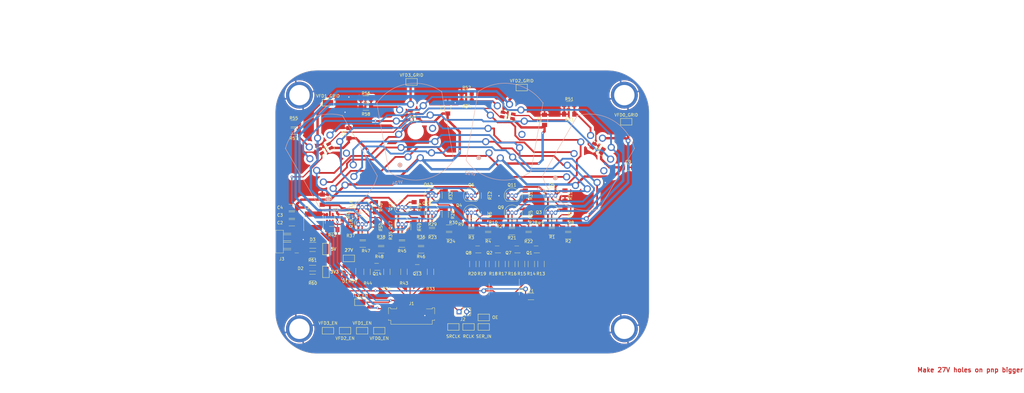
<source format=kicad_pcb>
(kicad_pcb (version 20221018) (generator pcbnew)
  (layers (0 "F.Cu" signal) (31 "B.Cu" signal) (34 "B.Paste" user) (35 "F.Paste" user) (36 "B.SilkS" user "B.Silkscreen") (37 "F.SilkS" user "F.Silkscreen") (38 "B.Mask" user) (39 "F.Mask" user) (44 "Edge.Cuts" user))
  (net 0 "")
  (net 1 "PWR_3V3")
  (net 2 "PWR_GND")
  (net 3 "PWR_5V")
  (net 4 "27V")
  (net 5 "/SER_IN")
  (net 6 "/SRCLK")
  (net 7 "/RCLK")
  (net 8 "/OE")
  (net 9 "/TLV_EN")
  (net 10 "/VFD0_GRID")
  (net 11 "/VFD1_GRID")
  (net 12 "/VFD2_GRID")
  (net 13 "/VFD3_GRID")
  (net 14 "Net-(U2-SW)")
  (net 15 "/0QA")
  (net 16 "Net-(Q1B-C2)")
  (net 17 "/0QB")
  (net 18 "Net-(Q1A-C1)")
  (net 19 "/0QE")
  (net 20 "Net-(Q2B-C2)")
  (net 21 "/0QF")
  (net 22 "Net-(Q2A-C1)")
  (net 23 "Net-(Q3-B)")
  (net 24 "/VFD_A")
  (net 25 "Net-(Q4-B)")
  (net 26 "/VFD_E")
  (net 27 "Net-(Q5-B)")
  (net 28 "/VFD_B")
  (net 29 "Net-(Q6-B)")
  (net 30 "/VFD_F")
  (net 31 "/0QC")
  (net 32 "Net-(Q7B-C2)")
  (net 33 "/0QD")
  (net 34 "Net-(Q7A-C1)")
  (net 35 "/0QG")
  (net 36 "Net-(Q8B-C2)")
  (net 37 "/0QH")
  (net 38 "Net-(Q8A-C1)")
  (net 39 "Net-(Q9-B)")
  (net 40 "/VFD_C")
  (net 41 "Net-(Q10-B)")
  (net 42 "/VFD_G")
  (net 43 "Net-(Q11-B)")
  (net 44 "/VFD_D")
  (net 45 "Net-(Q12-B)")
  (net 46 "/VFD_DP")
  (net 47 "Net-(Q13A-B1)")
  (net 48 "Net-(Q13B-C2)")
  (net 49 "Net-(Q13B-B2)")
  (net 50 "Net-(Q13A-C1)")
  (net 51 "Net-(Q14A-B1)")
  (net 52 "Net-(Q14B-C2)")
  (net 53 "Net-(Q14B-B2)")
  (net 54 "Net-(Q14A-C1)")
  (net 55 "Net-(Q15-B)")
  (net 56 "Net-(Q16-B)")
  (net 57 "Net-(Q17-B)")
  (net 58 "Net-(Q18-B)")
  (net 59 "Net-(U1-QA)")
  (net 60 "Net-(U1-QB)")
  (net 61 "Net-(U1-QC)")
  (net 62 "Net-(U1-QD)")
  (net 63 "Net-(U1-QE)")
  (net 64 "Net-(U1-QF)")
  (net 65 "Net-(U1-QG)")
  (net 66 "Net-(U1-QH)")
  (net 67 "/VFD0_EN")
  (net 68 "/VFD2_EN")
  (net 69 "Net-(U2-FB)")
  (net 70 "/VFD1_EN")
  (net 71 "/VFD3_EN")
  (net 72 "Net-(VFD1-Fil-)")
  (net 73 "Net-(VFD2-Fil-)")
  (net 74 "Net-(VFD3-Fil-)")
  (net 75 "Net-(VFD4-Fil-)")
  (net 77 "/LED_DIN")
  (net 78 "Net-(U3-DOUT)")
  (net 79 "Net-(U4-DOUT)")
  (net 80 "Net-(U5-DOUT)")
  (net 82 "Net-(D1-A)")
  (net 83 "Net-(D2-A)")
  (net 84 "Net-(D3-A)")
  (footprint "Fab:R_1206" (layer "F.Cu") (at 175.918333 119.94625 -90)
    (fp_text reference "R14")
    (fp_text value "R_22K")
  )
  (footprint "Fab:R_1206" (layer "F.Cu") (at 96.52 73.025)
    (fp_text reference "R55")
    (fp_text value "75")
  )
  (footprint "Fab:R_1206" (layer "F.Cu") (at 96.52 75.565)
    (fp_text reference "R57")
    (fp_text value "75")
  )
  (footprint "fab:PinHeader_1x03_P2.54mm_Horizontal_SMD" (layer "F.Cu") (at 96.874761 114.981527 180)
    (fp_text reference "J3")
    (fp_text value "Conn_PinHeader_1x03_P2.54mm_Horizontal_SMD")
  )
  (footprint "Fab:LED_RGB_CreeLED_CLV1A-FKB" (layer "F.Cu") (at 168.04066 70.296729 170)
    (fp_text reference "U5")
    (fp_text value "LED_ADDR_Worldsemi_WS2812B")
  )
  (footprint "Package_TO_SOT_SMD:SOT-23-6" (layer "F.Cu") (at 108.585 104.6425 90)
    (fp_text reference "U2")
    (fp_text value "TLV61046ADB")
  )
  (footprint "Fab:R_1206" (layer "F.Cu") (at 125.73 112.67)
    (fp_text reference "R38")
    (fp_text value "R_50K")
  )
  (footprint "Fab:R_1206" (layer "F.Cu") (at 182.733333 106.61125)
    (fp_text reference "R7")
    (fp_text value "R_220K")
  )
  (footprint "Fab:C_1206" (layer "F.Cu") (at 114.935 76.2 90)
    (fp_text reference "C6")
    (fp_text value "1uF")
  )
  (footprint "Package_TO_SOT_THT:TO-92_Inline" (layer "F.Cu") (at 131.445 106.68)
    (fp_text reference "Q17")
    (fp_text value "2N3906")
  )
  (footprint "Fab:R_1206" (layer "F.Cu") (at 102.82 116.84 180)
    (fp_text reference "R61")
    (fp_text value "5.1K")
  )
  (footprint "Fab:R_1206" (layer "F.Cu") (at 188.595 69.85)
    (fp_text reference "R53")
    (fp_text value "75")
  )
  (footprint "Fab:R_1206" (layer "F.Cu") (at 159.618333 119.94625 -90)
    (fp_text reference "R19")
    (fp_text value "R_22K")
  )
  (footprint "Fab:R_1206" (layer "F.Cu") (at 155.848333 106.61125)
    (fp_text reference "R9")
    (fp_text value "R_220K")
  )
  (footprint "Fab:R_1206" (layer "F.Cu") (at 148.447745 107.95)
    (fp_text reference "R30")
    (fp_text value "R_50K")
  )
  (footprint "Fab:R_1206" (layer "F.Cu") (at 139.065 112.67)
    (fp_text reference "R36")
    (fp_text value "R_50K")
  )
  (footprint "Fab:R_1206" (layer "F.Cu") (at 155.848333 109.15125)
    (fp_text reference "R3")
    (fp_text value "R_220K")
  )
  (footprint "TestPoint:TestPoint_Keystone_5015_Micro-Minature" (layer "F.Cu") (at 107.265 114.935 -90)
    (fp_text reference "5V")
    (fp_text value "TestPoint_Keystone_5015_Micro-Minature")
  )
  (footprint "fab:LED_1206" (layer "F.Cu") (at 102.87 113.665)
    (fp_text reference "D3")
    (fp_text value "LED_1206")
  )
  (footprint "Package_TO_SOT_THT:TO-92_Inline" (layer "F.Cu") (at 141.462745 97.08625)
    (fp_text reference "Q12")
    (fp_text value "2N3906")
  )
  (footprint "" (layer "F.Cu") (at 207.01 141.605)
    (fp_text reference "")
    (fp_text value "")
  )
  (footprint "Fab:R_1206" (layer "F.Cu") (at 154.305 65.49)
    (fp_text reference "R54")
    (fp_text value "75")
  )
  (footprint "Fab:R_1206" (layer "F.Cu") (at 123.825 100.965 -90)
    (fp_text reference "R40")
    (fp_text value "R_100K")
  )
  (footprint "Fab:R_1206" (layer "F.Cu") (at 187.181502 103.43625 -90)
    (fp_text reference "R5")
    (fp_text value "R_100K")
  )
  (footprint "Fab:R_1206" (layer "F.Cu") (at 156.358333 119.94625 -90)
    (fp_text reference "R20")
    (fp_text value "R_22K")
  )
  (footprint "Fab:C_1206" (layer "F.Cu") (at 180.34 71.755 90)
    (fp_text reference "C8")
    (fp_text value "1uF")
  )
  (footprint "Package_TO_SOT_THT:TO-92_Inline" (layer "F.Cu") (at 118.11 106.68)
    (fp_text reference "Q18")
    (fp_text value "2N3906")
  )
  (footprint "Fab:C_1206" (layer "F.Cu") (at 175.808333 130.83375)
    (fp_text reference "C1")
    (fp_text value "1uF")
  )
  (footprint "TestPoint:TestPoint_Keystone_5015_Micro-Minature" (layer "F.Cu") (at 207.645 72.39)
    (fp_text reference "VFD0_GRID")
    (fp_text value "TestPoint_Keystone_5015_Micro-Minature" hide)
  )
  (footprint "Inductor_SMD:L_Changjiang_FNR6045S" (layer "F.Cu") (at 103.085 105.4925 -90)
    (fp_text reference "L1")
    (fp_text value "22uH")
  )
  (footprint "Fab:R_1206" (layer "F.Cu") (at 132.715 110.765)
    (fp_text reference "R35")
    (fp_text value "R_220K")
  )
  (footprint "Fab:R_1206" (layer "F.Cu") (at 136.750926 100.969089 -90)
    (fp_text reference "R39")
    (fp_text value "R_100K")
  )
  (footprint "Fab:R_1206" (layer "F.Cu") (at 162.878333 119.94625 -90)
    (fp_text reference "R18")
    (fp_text value "R_22K")
  )
  (footprint "Fab:R_1206" (layer "F.Cu") (at 139.065 115.21)
    (fp_text reference "R46")
    (fp_text value "R_50K")
  )
  (footprint "Fab:C_1206" (layer "F.Cu") (at 95.885 101.068776 180)
    (fp_text reference "C4")
    (fp_text value "1uF")
  )
  (footprint "Fab:R_1206" (layer "F.Cu") (at 142.732745 109.15125)
    (fp_text reference "R23")
    (fp_text value "R_220K")
  )
  (footprint "Fab:R_1206" (layer "F.Cu") (at 116.205 122.35 -90)
    (fp_text reference "R59")
    (fp_text value "5.1K")
  )
  (footprint "fab:LED_1206" (layer "F.Cu") (at 113.665 122.3 90)
    (fp_text reference "D1")
    (fp_text value "LED_1206")
  )
  (footprint "Fab:R_1206" (layer "F.Cu") (at 169.398333 119.94625 90)
    (fp_text reference "R16")
    (fp_text value "R_22K")
  )
  (footprint "Fab:R_1206" (layer "F.Cu") (at 147.177745 97.08625 -90)
    (fp_text reference "R32")
    (fp_text value "R_100K")
  )
  (footprint "Fab:R_1206" (layer "F.Cu") (at 132.715 113.305)
    (fp_text reference "R45")
    (fp_text value "R_220K")
  )
  (footprint "TestPoint:TestPoint_Keystone_5015_Micro-Minature" (layer "F.Cu") (at 149.86 140.97)
    (fp_text reference "SRCLK")
    (fp_text value "TestPoint_Keystone_5015_Micro-Minature")
  )
  (footprint "TestPoint:TestPoint_Keystone_5015_Micro-Minature" (layer "F.Cu") (at 114.935 118.06 180)
    (fp_text reference "27V")
    (fp_text value "TestPoint_Keystone_5015_Micro-Minature")
  )
  (footprint "Fab:R_1206" (layer "F.Cu") (at 102.82 124.46 180)
    (fp_text reference "R60")
    (fp_text value "5.1K")
  )
  (footprint "Fab:R_1206" (layer "F.Cu") (at 188.243333 110.49)
    (fp_text reference "R2")
    (fp_text value "R_50K")
  )
  (footprint "" (layer "F.Cu") (at 98.425 63.5)
    (fp_text reference "")
    (fp_text value "")
  )
  (footprint "Fab:R_1206" (layer "F.Cu") (at 109.425 108.4525 180)
    (fp_text reference "R42")
    (fp_text value "71.5K")
  )
  (footprint "TestPoint:TestPoint_Keystone_5015_Micro-Minature" (layer "F.Cu") (at 160.02 140.97)
    (fp_text reference "SER_IN")
    (fp_text value "TestPoint_Keystone_5015_Micro-Minature")
  )
  (footprint "Fab:R_1206" (layer "F.Cu") (at 123.825 107.59 -90)
    (fp_text reference "R50")
    (fp_text value "R_100K")
  )
  (footprint "Fab:R_1206" (layer "F.Cu") (at 119.585 110.765)
    (fp_text reference "R37")
    (fp_text value "R_220K")
  )
  (footprint "Fab:R_1206" (layer "F.Cu") (at 172.658333 119.94625 90)
    (fp_text reference "R15")
    (fp_text value "R_22K")
  )
  (footprint "Package_TO_SOT_SMD:SOT-363_SC-70-6" (layer "F.Cu") (at 137.795 121.285 180)
    (fp_text reference "Q13")
    (fp_text value "MMDT5551")
  )
  (footprint "Package_TO_SOT_THT:TO-92_Inline" (layer "F.Cu") (at 131.445 100.965)
    (fp_text reference "Q15")
    (fp_text value "2N3906")
  )
  (footprint "" (layer "F.Cu") (at 98.425 141.605)
    (fp_text reference "")
    (fp_text value "")
  )
  (footprint "Fab:R_1206" (layer "F.Cu") (at 187.178333 97.08625 -90)
    (fp_text reference "R11")
    (fp_text value "R_100K")
  )
  (footprint "Package_TO_SOT_THT:TO-92_Inline" (layer "F.Cu") (at 168.188333 102.80125)
    (fp_text reference "Q9")
    (fp_text value "2N3906")
  )
  (footprint "Fab:R_1206" (layer "F.Cu") (at 147.157477 103.43625 -90)
    (fp_text reference "R26")
    (fp_text value "R_100K")
  )
  (footprint "Fab:R_1206" (layer "F.Cu") (at 121.03125 122.555 90)
    (fp_text reference "R44")
    (fp_text value "R_22K")
  )
  (footprint "TestPoint:TestPoint_Keystone_5015_Micro-Minature" (layer "F.Cu") (at 160.02 137.795)
    (fp_text reference "OE")
    (fp_text value "TestPoint_Keystone_5015_Micro-Minature")
  )
  (footprint "Fab:R_1206" (layer "F.Cu") (at 160.293333 97.08625 -90)
    (fp_text reference "R12")
    (fp_text value "R_100K")
  )
  (footprint "Fab:R_1206" (layer "F.Cu") (at 169.458333 106.61125)
    (fp_text reference "R27")
    (fp_text value "R_220K")
  )
  (footprint "Fab:R_1206" (layer "F.Cu") (at 133.35 122.555 90)
    (fp_text reference "R43")
    (fp_text value "R_22K")
  )
  (footprint "Fab:R_1206" (layer "F.Cu") (at 120.65 64.77)
    (fp_text reference "R56")
    (fp_text value "75")
  )
  (footprint "Connector_FFC-FPC:Molex_200528-0100_1x10-1MP_P1.00mm_Horizontal" (layer "F.Cu") (at 135.89 135.77)
    (fp_text reference "J1")
    (fp_text value "Conn_01x10_MountingPin")
  )
  (footprint "Connector_PinHeader_2.54mm:PinHeader_1x02_P2.54mm_Vertical" (layer "F.Cu") (at 151.765 135.89 90)
    (fp_text reference "J2")
    (fp_text value "Conn_01x02_Pin")
  )
  (footprint "Package_TO_SOT_THT:TO-92_Inline" (layer "F.Cu") (at 154.578333 102.80125)
    (fp_text reference "Q4")
    (fp_text value "2N3906")
  )
  (footprint "Package_TO_SOT_SMD:SOT-363_SC-70-6" (layer "F.Cu") (at 157.968333 115.07125 180)
    (fp_text reference "Q8")
    (fp_text value "MMDT5551")
  )
  (footprint "Fab:C_1206" (layer "F.Cu") (at 106.045 98.425 90)
    (fp_text reference "C5")
    (fp_text value "10uF")
  )
  (footprint "Package_TO_SOT_THT:TO-92_Inline" (layer "F.Cu") (at 181.463333 97.08625)
    (fp_text reference "Q5")
    (fp_text value "2N3906")
  )
  (footprint "TestPoint:TestPoint_Keystone_5015_Micro-Minature" (layer "F.Cu") (at 119.38 142.24 180)
    (fp_text reference "VFD1_EN")
    (fp_text value "TestPoint_Keystone_5015_Micro-Minature" hide)
  )
  (footprint "Fab:R_1206" (layer "F.Cu") (at 136.750926 107.594089 -90)
    (fp_text reference "R49")
    (fp_text value "R_100K")
  )
  (footprint "Fab:C_1206" (layer "F.Cu") (at 208.28 87.63)
    (fp_text reference "C9")
    (fp_text value "1uF")
  )
  (footprint "Fab:R_1206" (layer "F.Cu") (at 179.178333 119.94625 -90)
    (fp_text reference "R13")
    (fp_text value "R_22K")
  )
  (footprint "TestPoint:TestPoint_Keystone_5015_Micro-Minature" (layer "F.Cu") (at 107.265 122.555 -90)
    (fp_text reference "3V3")
    (fp_text value "TestPoint_Keystone_5015_Micro-Minature")
  )
  (footprint "Fab:R_1206" (layer "F.Cu") (at 160.293333 103.43625 -90)
    (fp_text reference "R6")
    (fp_text value "R_100K")
  )
  (footprint "Fab:R_1206" (layer "F.Cu") (at 113.03 103.3725 -90)
    (fp_text reference "R41")
    (fp_text value "2.37M")
  )
  (footprint "Fab:R_1206" (layer "F.Cu") (at 175.015894 107.95)
    (fp_text reference "R28")
    (fp_text value "R_50K")
  )
  (footprint "TestPoint:TestPoint_Keystone_5015_Micro-Minature" (layer "F.Cu") (at 118.745 132.715)
    (fp_text reference "TLV_EN")
    (fp_text value "TestPoint_Keystone_5015_Micro-Minature" hide)
  )
  (footprint "Package_TO_SOT_THT:TO-92_Inline" (layer "F.Cu") (at 118.11 100.965)
    (fp_text reference "Q16")
    (fp_text value "2N3906")
  )
  (footprint "Package_SO:SOIC-16_3.9x9.9mm_P1.27mm" (layer "F.Cu") (at 166.858333 128.40625 -90)
    (fp_text reference "U1")
    (fp_text value "74HC595")
  )
  (footprint "Fab:R_1206" (layer "F.Cu") (at 142.732745 106.61125)
    (fp_text reference "R29")
    (fp_text value "R_220K")
  )
  (footprint "Fab:R_1206" (layer "F.Cu") (at 119.585 113.305)
    (fp_text reference "R47")
    (fp_text value "R_220K")
  )
  (footprint "Package_TO_SOT_THT:TO-92_Inline" (layer "F.Cu") (at 168.188333 97.08625)
    (fp_text reference "Q11")
    (fp_text value "2N3906")
  )
  (footprint "Package_TO_SOT_SMD:SOT-363_SC-70-6" (layer "F.Cu") (at 177.523333 115.07125 180)
    (fp_text reference "Q1")
    (fp_text value "MMDT5551")
  )
  (footprint "Package_TO_SOT_SMD:SOT-363_SC-70-6" (layer "F.Cu") (at 124.20625 120.889167 180)
    (fp_text reference "Q14")
    (fp_text value "MMDT5551")
  )
  (footprint "Fab:C_1206" (layer "F.Cu") (at 147.955 67.945 90)
    (fp_text reference "C7")
    (fp_text value "1uF")
  )
  (footprint "Fab:R_1206" (layer "F.Cu") (at 173.903333 103.43625 -90)
    (fp_text reference "R25")
    (fp_text value "R_100K")
  )
  (footprint "Fab:R_1206" (layer "F.Cu") (at 188.595 66.675)
    (fp_text reference "R51")
    (fp_text value "75")
  )
  (footprint "TestPoint:TestPoint_Keystone_5015_Micro-Minature" (layer "F.Cu") (at 154.94 140.97)
    (fp_text reference "RCLK")
    (fp_text value "TestPoint_Keystone_5015_Micro-Minature")
  )
  (footprint "Fab:LED_RGB_CreeLED_CLV1A-FKB" (layer "F.Cu") (at 198.12 81.28 150)
    (fp_text reference "U6")
    (fp_text value "LED_ADDR_Worldsemi_WS2812B")
  )
  (footprint "TestPoint:TestPoint_Keystone_5015_Micro-Minature" (layer "F.Cu") (at 107.95 142.24)
    (fp_text reference "VFD3_EN")
    (fp_text value "TestPoint_Keystone_5015_Micro-Minature" hide)
  )
  (footprint "Fab:R_1206" (layer "F.Cu") (at 173.903333 97.08625 -90)
    (fp_text reference "R31")
    (fp_text value "R_100K")
  )
  (footprint "TestPoint:TestPoint_Keystone_5015_Micro-Minature" (layer "F.Cu") (at 107.95 66.04)
    (fp_text reference "VFD1_GRID")
    (fp_text value "TestPoint_Keystone_5015_Micro-Minature" hide)
  )
  (footprint "Package_TO_SOT_THT:TO-92_Inline" (layer "F.Cu") (at 154.578333 97.08625)
    (fp_text reference "Q6")
    (fp_text value "2N3906")
  )
  (footprint "Fab:LED_RGB_CreeLED_CLV1A-FKB" (layer "F.Cu") (at 107.034171 81.371626 -150)
    (fp_text reference "U3")
    (fp_text value "LED_ADDR_Worldsemi_WS2812B")
  )
  (footprint "" (layer "F.Cu") (at 207.01 63.5)
    (fp_text reference "")
    (fp_text value "")
  )
  (footprint "Fab:C_1206" (layer "F.Cu") (at 95.885 103.608776 180)
    (fp_text reference "C3")
    (fp_text value "1uF")
  )
  (footprint "Package_TO_SOT_THT:TO-92_Inline" (layer "F.Cu") (at 141.462745 102.80125)
    (fp_text reference "Q10")
    (fp_text value "2N3906")
  )
  (footprint "TestPoint:TestPoint_Keystone_5015_Micro-Minature" (layer "F.Cu") (at 125.095 142.24)
    (fp_text reference "VFD0_EN")
    (fp_text value "TestPoint_Keystone_5015_Micro-Minature" hide)
  )
  (footprint "Fab:R_1206" (layer "F.Cu") (at 142.24 122.555 -90)
    (fp_text reference "R33")
    (fp_text value "R_22K")
  )
  (footprint "Package_TO_SOT_SMD:SOT-363_SC-70-6" (layer "F.Cu") (at 164.508333 115.07125 180)
    (fp_text reference "Q2")
    (fp_text value "MMDT5551")
  )
  (footprint "Fab:LED_RGB_CreeLED_CLV1A-FKB" (layer "F.Cu") (at 136.295172 70.711853 -170)
    (fp_text reference "U4")
    (fp_text value "LED_ADDR_Worldsemi_WS2812B")
  )
  (footprint "Fab:R_1206" (layer "F.Cu") (at 166.138333 119.94625 90)
    (fp_text reference "R17")
    (fp_text value "R_22K")
  )
  (footprint "Package_TO_SOT_THT:TO-92_Inline" (layer "F.Cu") (at 181.463333 102.80125)
    (fp_text reference "Q3")
    (fp_text value "2N3906")
  )
  (footprint "Fab:R_1206" (layer "F.Cu") (at 169.458333 109.15125)
    (fp_text reference "R21")
    (fp_text value "R_220K")
  )
  (footprint "Fab:R_1206" (layer "F.Cu") (at 188.243333 107.95)
    (fp_text reference "R8")
    (fp_text value "R_50K")
  )
  (footprint "Package_TO_SOT_SMD:SOT-363_SC-70-6" (layer "F.Cu") (at 171.053333 115.07125 180)
    (fp_text reference "Q7")
    (fp_text value "MMDT5551")
  )
  (footprint "fab:LED_1206" (layer "F.Cu") (at 102.82 121.285)
    (fp_text reference "D2")
    (fp_text value "LED_1206")
  )
  (footprint "TestPoint:TestPoint_Keystone_5015_Micro-Minature" (layer "F.Cu") (at 135.89 59.055)
    (fp_text reference "VFD3_GRID")
    (fp_text value "TestPoint_Keystone_5015_Micro-Minature" hide)
  )
  (footprint "Fab:R_1206" (layer "F.Cu") (at 161.495 110.49)
    (fp_text reference "R4")
    (fp_text value "R_50K")
  )
  (footprint "Fab:R_1206" (layer "F.Cu") (at 161.495 107.95)
    (fp_text reference "R10")
    (fp_text value "R_50K")
  )
  (footprint "Fab:R_1206" (layer "F.Cu") (at 154.305 62.865)
    (fp_text reference "R52")
    (fp_text value "75")
  )
  (footprint "Fab:R_1206" (layer "F.Cu") (at 125.73 115.21)
    (fp_text reference "R48")
    (fp_text value "R_50K")
  )
  (footprint "TestPoint:TestPoint_Keystone_5015_Micro-Minature" (layer "F.Cu") (at 172.72 60.96)
    (fp_text reference "VFD2_GRID")
    (fp_text value "TestPoint_Keystone_5015_Micro-Minature" hide)
  )
  (footprint "Fab:R_1206" (layer "F.Cu") (at 120.65 67.48)
    (fp_text reference "R58")
    (fp_text value "75")
  )
  (footprint "Fab:R_1206" (layer "F.Cu") (at 182.733333 109.15125)
    (fp_text reference "R1")
    (fp_text value "R_220K")
  )
  (footprint "Fab:R_1206" (layer "F.Cu") (at 148.447745 110.49)
    (fp_text reference "R24")
    (fp_text value "R_50K")
  )
  (footprint "Fab:R_1206" (layer "F.Cu") (at 127.635 122.555 90)
    (fp_text reference "R34")
    (fp_text value "R_22K")
  )
  (footprint "Fab:C_1206" (layer "F.Cu") (at 95.885 106.148776 180)
    (fp_text reference "C2")
    (fp_text value "1uF")
  )
  (footprint "Fab:R_1206" (layer "F.Cu") (at 175.015894 110.49)
    (fp_text reference "R22")
    (fp_text value "R_50K")
  )
  (footprint "TestPoint:TestPoint_Keystone_5015_Micro-Minature" (layer "F.Cu") (at 113.665 142.24)
    (fp_text reference "VFD2_EN")
    (fp_text value "TestPoint_Keystone_5015_Micro-Minature" hide)
  )
  (footprint "VFD:IV-22 - Pin" (layer "B.Cu") (at 137.12724 75.63079 -170)
    (fp_text reference "VFD4")
    (fp_text value "IV-22")
  )
  (footprint "VFD:IV-22 - Pin" (layer "B.Cu") (at 109.060983 85.855575 -150)
    (fp_text reference "VFD3")
    (fp_text value "IV-22")
  )
  (footprint "VFD:IV-22 - Pin" (layer "B.Cu") (at 195.060983 85.855575 150)
    (fp_text reference "VFD1")
    (fp_text value "IV-22")
  )
  (footprint "VFD:IV-22 - Pin" (layer "B.Cu") (at 166.994726 75.630791 170)
    (fp_text reference "VFD2")
    (fp_text value "IV-22")
  )
  (gr_arc (start 201.295 55.245) (mid 211.173282 59.336718) (end 215.265 69.215) (stroke (width 0.1)) (layer "Edge.Cuts"))
  (gr_line (start 201.295 55.245) (end 104.365 55.245) (stroke (width 0.1)) (layer "Edge.Cuts"))
  (gr_line (start 90.395 69.215) (end 90.395 135.89) (stroke (width 0.1)) (layer "Edge.Cuts"))
  (gr_arc (start 90.395 69.215) (mid 94.486718 59.336718) (end 104.365 55.245) (stroke (width 0.1)) (layer "Edge.Cuts"))
  (gr_line (start 104.365 149.86) (end 201.295 149.86) (stroke (width 0.1)) (layer "Edge.Cuts"))
  (gr_arc (start 104.365 149.86) (mid 94.486718 145.768282) (end 90.395 135.89) (stroke (width 0.1)) (layer "Edge.Cuts"))
  (gr_arc (start 215.265 135.89) (mid 211.173282 145.768282) (end 201.295 149.86) (stroke (width 0.1)) (layer "Edge.Cuts"))
  (gr_line (start 215.265 135.89) (end 215.265 69.215) (stroke (width 0.1)) (layer "Edge.Cuts"))
  (gr_text "Make 27V holes on pnp bigger\n" (at 304.8 156.21) (layer "F.Cu") (effects (font (size 1.5 1.5) (thickness 0.3) bold) (justify left bottom)))
  (segment (start 96.874761 112.441527) (end 97.826315 112.441527) (width 0.4) (layer "F.Cu") (net 1))
  (segment (start 97.826315 112.441527) (end 98.735855 113.351067) (width 0.4) (layer "F.Cu") (net 1))
  (segment (start 106.6968 120.0318) (end 107.265 120.6) (width 0.4) (layer "F.Cu") (net 1))
  (segment (start 98.735855 113.351067) (end 98.735855 117.979658) (width 0.4) (layer "F.Cu") (net 1))
  (segment (start 107.265 120.6) (end 107.265 122.555) (width 0.4) (layer "F.Cu") (net 1))
  (segment (start 160.02 128.905) (end 163.195 128.905) (width 0.4) (layer "F.Cu") (net 1))
  (segment (start 107.265 122.555) (end 106.425 122.555) (width 0.4) (layer "F.Cu") (net 1))
  (segment (start 163.195 128.905) (end 163.683333 129.393333) (width 0.4) (layer "F.Cu") (net 1))
  (segment (start 173.99 128.27) (end 173.99 130.88125) (width 0.4) (layer "F.Cu") (net 1))
  (segment (start 113.615 128.905) (end 107.265 122.555) (width 0.4) (layer "F.Cu") (net 1))
  (segment (start 173.99 130.88125) (end 171.303333 130.88125) (width 0.4) (layer "F.Cu") (net 1))
  (segment (start 98.735855 117.979658) (end 100.787997 120.0318) (width 0.4) (layer "F.Cu") (net 1))
  (segment (start 163.683333 129.393333) (end 163.683333 130.88125) (width 0.4) (layer "F.Cu") (net 1))
  (segment (start 106.425 122.555) (end 104.52 124.46) (width 0.4) (layer "F.Cu") (net 1))
  (segment (start 174.060833 130.88125) (end 174.108333 130.83375) (width 0.4) (layer "F.Cu") (net 1))
  (segment (start 123.825 128.905) (end 113.615 128.905) (width 0.4) (layer "F.Cu") (net 1))
  (segment (start 171.303333 130.88125) (end 174.060833 130.88125) (width 0.4) (layer "F.Cu") (net 1))
  (segment (start 100.787997 120.0318) (end 106.6968 120.0318) (width 0.4) (layer "F.Cu") (net 1))
  (via (at 160.02 128.905) (size 1.6) (drill 0.9) (layers "F.Cu" "B.Cu") (net 1))
  (via (at 123.825 128.905) (size 0.8) (drill 0.4) (layers "F.Cu" "B.Cu") (net 1))
  (via (at 173.99 128.27) (size 1.6) (drill 0.9) (layers "F.Cu" "B.Cu") (net 1))
  (segment (start 160.02 128.905) (end 160.655 128.27) (width 0.4) (layer "B.Cu") (net 1))
  (segment (start 160.655 128.27) (end 173.99 128.27) (width 0.4) (layer "B.Cu") (net 1))
  (segment (start 123.825 128.905) (end 160.02 128.905) (width 0.4) (layer "B.Cu") (net 1))
  (segment (start 94.185 101.068776) (end 94.185 106.148776) (width 0.4) (layer "F.Cu") (net 2))
  (segment (start 196.979456 79.755481) (end 197.485 79.249937) (width 0.4) (layer "F.Cu") (net 2))
  (segment (start 187.181502 105.538529) (end 188.215051 106.572078) (width 0.4) (layer "F.Cu") (net 2))
  (segment (start 168.91 114.42125) (end 168.39625 114.42125) (width 0.4) (layer "F.Cu") (net 2))
  (segment (start 104.190734 82.55) (end 99.695 82.55) (width 0.4) (layer "F.Cu") (net 2))
  (segment (start 135.89 119.68) (end 135.89 119.38) (width 0.4) (layer "F.Cu") (net 2))
  (segment (start 168.39625 114.42125) (end 167.759802 115.057698) (width 0.4) (layer "F.Cu") (net 2))
  (segment (start 137.16 109.29) (end 138.787695 110.917695) (width 0.4) (layer "F.Cu") (net 2))
  (segment (start 94.185 101.068776) (end 98.528776 96.725) (width 0.8) (layer "F.Cu") (net 2))
  (segment (start 138.787695 110.917695) (end 142.032695 110.917695) (width 0.4) (layer "F.Cu") (net 2))
  (segment (start 125.15625 121.539167) (end 125.15625 122.49375) (width 0.4) (layer "F.Cu") (net 2))
  (segment (start 170.103333 114.42125) (end 168.91 114.42125) (width 0.4) (layer "F.Cu") (net 2))
  (segment (start 157.018333 114.42125) (end 154.81875 114.42125) (width 0.4) (layer "F.Cu") (net 2))
  (segment (start 174.065876 112.155375) (end 174.976449 111.244802) (width 0.4) (layer "F.Cu") (net 2))
  (segment (start 158.918333 115.72125) (end 157.995029 116.644554) (width 0.4) (layer "F.Cu") (net 2))
  (segment (start 187.181502 105.13625) (end 187.181502 105.538529) (width 0.4) (layer "F.Cu") (net 2))
  (segment (start 166.447483 69.254239) (end 166.447483 66.117483) (width 0.4) (layer "F.Cu") (net 2))
  (segment (start 99.695 82.55) (end 94.82 77.675) (width 0.4) (layer "F.Cu") (net 2))
  (segment (start 171.050644 116.673939) (end 171.050644 119.775394) (width 0.4) (layer "F.Cu") (net 2))
  (segment (start 197.485 79.249937) (end 197.485 69.215) (width 0.4) (layer "F.Cu") (net 2))
  (segment (start 147.157477 105.13625) (end 147.157477 105.446294) (width 0.4) (layer "F.Cu") (net 2))
  (segment (start 176.573333 113.965609) (end 178.143942 112.395) (width 0.4) (layer "F.Cu") (net 2))
  (segment (start 122.881525 119.864442) (end 122.881525 118.900465) (width 0.4) (layer "F.Cu") (net 2))
  (segment (start 168.39625 114.42125) (end 170.662125 112.155375) (width 0.4) (layer "F.Cu") (net 2))
  (segment (start 174.976449 111.244802) (end 174.976449 106.931425) (width 0.4) (layer "F.Cu") (net 2))
  (segment (start 178.143942 112.395) (end 179.111904 112.395) (width 0.4) (layer "F.Cu") (net 2))
  (segment (start 94.82 77.675) (end 94.82 75.565) (width 0.4) (layer "F.Cu") (net 2))
  (segment (start 108.585 107.5925) (end 108.585 105.78) (width 0.4) (layer "F.Cu") (net 2))
  (segment (start 170.662125 112.155375) (end 174.065876 112.155375) (width 0.4) (layer "F.Cu") (net 2))
  (segment (start 165.591253 108.944455) (end 165.591253 108.12969) (width 0.4) (layer "F.Cu") (net 2))
  (segment (start 134.441522 70.277131) (end 121.747131 70.277131) (width 0.4) (layer "F.Cu") (net 2))
  (segment (start 163.558333 114.42125) (end 162.04625 114.42125) (width 0.4) (layer "F.Cu") (net 2))
  (segment (start 152.605 61.614455) (end 152.605 62.865) (width 0.4) (layer "F.Cu") (net 2))
  (segment (start 166.33805 109.691252) (end 165.591253 108.944455) (width 0.4) (layer "F.Cu") (net 2))
  (segment (start 157.995029 116.644554) (end 157.995029 119.799384) (width 0.4) (layer "F.Cu") (net 2))
  (segment (start 167.759802 115.057698) (end 167.759802 119.967093) (width 0.4) (layer "F.Cu") (net 2))
  (segment (start 164.532047 116.647536) (end 164.532047 119.85612) (width 0.4) (layer "F.Cu") (net 2))
  (segment (start 98.528776 96.725) (end 106.045 96.725) (width 0.8) (layer "F.Cu") (net 2))
  (segment (start 123.25625 120.239167) (end 122.881525 119.864442) (width 0.4) (layer "F.Cu") (net 2))
  (segment (start 105.143627 81.597107) (end 104.190734 82.55) (width 0.4) (layer "F.Cu") (net 2))
  (segment (start 139.347309 110.358081) (end 138.787695 110.917695) (width 0.4) (layer "F.Cu") (net 2))
  (segment (start 154.81875 114.42125) (end 154.305 114.935) (width 0.4) (layer "F.Cu") (net 2))
  (segment (start 176.573333 114.42125) (end 176.573333 113.965609) (width 0.4) (layer "F.Cu") (net 2))
  (segment (start 160.655 60.325) (end 153.894455 60.325) (width 0.4) (layer "F.Cu") (net 2))
  (segment (start 162.413333 125.93125) (end 161.344583 127) (width 0.4) (layer "F.Cu") (net 2))
  (segment (start 174.976449 106.931425) (end 173.903333 105.858309) (width 0.4) (layer "F.Cu") (net 2))
  (segment (start 165.458333 115.72125) (end 164.532047 116.647536) (width 0.4) (layer "F.Cu") (net 2))
  (segment (start 107.725 108.4525) (end 108.585 107.5925) (width 0.4) (layer "F.Cu") (net 2))
  (segment (start 147.157477 105.446294) (end 148.231422 106.520239) (width 0.4) (layer "F.Cu") (net 2))
  (segment (start 163.558333 114.42125) (end 163.195 114.057917) (width 0.4) (layer "F.Cu") (net 2))
  (segment (start 178.473333 115.72125) (end 177.584403 116.61018) (width 0.4) (layer "F.Cu") (net 2))
  (segment (start 166.447483 66.117483) (end 160.655 60.325) (width 0.4) (layer "F.Cu") (net 2))
  (segment (start 166.33805 111.8493) (end 166.33805 109.691252) (width 0.4) (layer "F.Cu") (net 2))
  (segment (start 161.344583 127) (end 161.29 127) (width 0.4) (layer "F.Cu") (net 2))
  (segment (start 139.065 122.255) (end 139.065 123.19) (width 0.4) (layer "F.Cu") (net 2))
  (segment (start 168.91 114.42125) (end 166.33805 111.8493) (width 0.4) (layer "F.Cu") (net 2))
  (segment (start 173.903333 105.858309) (end 173.903333 105.06625) (width 0.4) (layer "F.Cu") (net 2))
  (segment (start 197.485 69.215) (end 192.405 64.135) (width 0.4) (layer "F.Cu") (net 2))
  (segment (start 186.895 65.3025) (end 186.895 66.675) (width 0.4) (layer "F.Cu") (net 2))
  (segment (start 177.584403 116.61018) (end 177.584403 120.015) (width 0.4) (layer "F.Cu") (net 2))
  (segment (start 153.894455 60.325) (end 152.605 61.614455) (width 0.4) (layer "F.Cu") (net 2))
  (segment (start 163.195 114.057917) (end 163.195 113.03) (width 0.4) (layer "F.Cu") (net 2))
  (segment (start 136.845 120.635) (end 135.89 119.68) (width 0.4) (layer "F.Cu") (net 2))
  (segment (start 172.003333 115.72125) (end 171.050644 116.673939) (width 0.4) (layer "F.Cu") (net 2))
  (segment (start 160.293333 105.13625) (end 160.293333 105.683333) (width 0.4) (layer "F.Cu") (net 2))
  (segment (start 136.750926 102.669089) (end 137.890396 102.669089) (width 0.4) (layer "F.Cu") (net 2))
  (segment (start 160.293333 105.683333) (end 161.29 106.68) (width 0.4) (layer "F.Cu") (net 2))
  (segment (start 162.04625 114.42125) (end 161.925 114.3) (width 0.4) (layer "F.Cu") (net 2))
  (segment (start 139.347309 104.126002) (end 139.347309 110.358081) (width 0.4) (layer "F.Cu") (net 2))
  (segment (start 188.0625 64.135) (end 186.895 65.3025) (width 0.4) (layer "F.Cu") (net 2))
  (segment (start 142.032695 110.917695) (end 143.51 112.395) (width 0.4) (layer "F.Cu") (net 2))
  (segment (start 138.745 121.935) (end 139.065 122.255) (width 0.4) (layer "F.Cu") (net 2))
  (segment (start 121.747131 70.277131) (end 118.95 67.48) (width 0.4) (layer "F.Cu") (net 2))
  (segment (start 137.890396 102.669089) (end 139.347309 104.126002) (width 0.4) (layer "F.Cu") (net 2))
  (segment (start 192.405 64.135) (end 188.0625 64.135) (width 0.4) (layer "F.Cu") (net 2))
  (via (at 128.27 102.235) (size 0.8) (drill 0.4) (layers "F.Cu" "B.Cu") (net 2))
  (via (at 200.66 92.71) (size 0.8) (drill 0.4) (layers "F.Cu" "B.Cu") (net 2))
  (via (at 165.1 97.155) (size 0.8) (drill 0.4) (layers "F.Cu" "B.Cu") (net 2))
  (via (at 99.695 111.76) (size 0.8) (drill 0.4) (layers "F.Cu" "B.Cu") (net 2))
  (via (at 114.935 64.135) (size 0.8) (drill 0.4) (layers "F.Cu" "B.Cu") (net 2))
  (via (at 113.665 69.215) (size 0.8) (drill 0.4) (layers "F.Cu" "B.Cu") (net 2))
  (via (at 116.205 104.775) (size 0.8) (drill 0.4) (layers "F.Cu" "B.Cu") (net 2))
  (via (at 140.335 137.16) (size 0.8) (drill 0.4) (layers "F.Cu" "B.Cu") (net 2))
  (via (at 150.495 66.04) (size 0.8) (drill 0.4) (layers "F.Cu" "B.Cu") (net 2))
  (segment (start 179.5 74.295) (end 180.34 73.455) (width 0.8) (layer "F.Cu") (net 3))
  (segment (start 107.265 113.235) (end 107.265 114.935) (width 0.8) (layer "F.Cu") (net 3))
  (segment (start 106.4175 103.2425) (end 106.68 103.505) (width 0.8) (layer "F.Cu") (net 3))
  (segment (start 206.58 87.63) (end 202.0375 87.63) (width 0.8) (layer "F.Cu") (net 3))
  (segment (start 103.895 109.865) (end 107.265 113.235) (width 0.8) (layer "F.Cu") (net 3))
  (segment (start 97.585 109.191288) (end 96.874761 109.901527) (width 0.8) (layer "F.Cu") (net 3))
  (segment (start 129.539362 93.345) (end 114.138573 93.345) (width 0.8) (layer "F.Cu") (net 3))
  (segment (start 114.138573 93.345) (end 113.919266 93.564307) (width 0.8) (layer "F.Cu") (net 3))
  (segment (start 139.392247 72.39) (end 138.148822 71.146575) (width 0.8) (layer "F.Cu") (net 3))
  (segment (start 190.683668 93.691307) (end 193.656374 90.718601) (width 0.8) (layer "F.Cu") (net 3))
  (segment (start 99.06 98.425) (end 108.797575 98.425) (width 0.8) (layer "F.Cu") (net 3))
  (segment (start 179.705 76.2) (end 180.34 75.565) (width 0.8) (layer "F.Cu") (net 3))
  (segment (start 96.911288 109.865) (end 103.895 109.865) (width 0.8) (layer "F.Cu") (net 3))
  (segment (start 151.99 75.79) (end 147.955 71.755) (width 0.8) (layer "F.Cu") (net 3))
  (segment (start 147.955 71.755) (end 147.955 69.645) (width 0.8) (layer "F.Cu") (net 3))
  (segment (start 96.874761 109.901527) (end 96.911288 109.865) (width 0.8) (layer "F.Cu") (net 3))
  (segment (start 97.585 99.9) (end 99.06 98.425) (width 0.8) (layer "F.Cu") (net 3))
  (segment (start 143.51 72.39) (end 139.392247 72.39) (width 0.8) (layer "F.Cu") (net 3))
  (segment (start 169.633837 71.339219) (end 172.589618 74.295) (width 0.8) (layer "F.Cu") (net 3))
  (segment (start 147.955 69.645) (end 146.255 69.645) (width 0.8) (layer "F.Cu") (net 3))
  (segment (start 146.255 69.645) (end 143.51 72.39) (width 0.8) (layer "F.Cu") (net 3))
  (segment (start 106.68 103.505) (end 107.635 103.505) (width 0.8) (layer "F.Cu") (net 3))
  (segment (start 180.34 75.565) (end 180.34 73.455) (width 0.8) (layer "F.Cu") (net 3))
  (segment (start 97.585 101.068776) (end 100.911276 101.068776) (width 0.8) (layer "F.Cu") (net 3))
  (segment (start 121.285 81.915) (end 117.27 77.9) (width 0.8) (layer "F.Cu") (net 3))
  (segment (start 97.585 106.148776) (end 97.585 101.068776) (width 0.8) (layer "F.Cu") (net 3))
  (segment (start 108.797575 98.425) (end 113.658268 93.564307) (width 0.8) (layer "F.Cu") (net 3))
  (segment (start 97.643333 101.068776) (end 97.585 101.068776) (width 0.8) (layer "F.Cu") (net 3))
  (segment (start 202.0375 87.63) (end 199.260544 84.853044) (width 0.8) (layer "F.Cu") (net 3))
  (segment (start 108.924715 81.146145) (end 113.03 81.146145) (width 0.8) (layer "F.Cu") (net 3))
  (segment (start 172.589618 74.295) (end 179.5 74.295) (width 0.8) (layer "F.Cu") (net 3))
  (segment (start 193.656374 90.718601) (end 203.491399 90.718601) (width 0.8) (layer "F.Cu") (net 3))
  (segment (start 107.265 114.935) (end 106.425 114.935) (width 0.8) (layer "F.Cu") (net 3))
  (segment (start 97.585 101.068776) (end 97.585 99.9) (width 0.8) (layer "F.Cu") (net 3))
  (segment (start 199.260544 84.853044) (end 199.260544 82.804519) (width 0.8) (layer "F.Cu") (net 3))
  (segment (start 139.071732 84.446992) (end 138.43737 84.446992) (width 0.8) (layer "F.Cu") (net 3))
  (segment (start 203.491399 90.718601) (end 206.58 87.63) (width 0.8) (layer "F.Cu") (net 3))
  (segment (start 151.99 82.14) (end 151.99 75.79) (width 0.8) (layer "F.Cu") (net 3))
  (segment (start 117.27 77.9) (end 114.935 77.9) (width 0.8) (layer "F.Cu") (net 3))
  (segment (start 106.425 114.935) (end 104.52 116.84) (width 0.8) (layer "F.Cu") (net 3))
  (segment (start 100.911276 101.068776) (end 103.085 103.2425) (width 0.8) (layer "F.Cu") (net 3))
  (segment (start 165.561374 84.4911) (end 167.430274 86.36) (width 0.8) (layer "F.Cu") (net 3))
  (segment (start 138.43737 84.446992) (end 129.539362 93.345) (width 0.8) (layer "F.Cu") (net 3))
  (segment (start 114.935 79.241145) (end 114.935 77.9) (width 0.8) (layer "F.Cu") (net 3))
  (segment (start 113.03 81.146145) (end 114.935 79.241145) (width 0.8) (layer "F.Cu") (net 3))
  (segment (start 167.430274 86.36) (end 178.435 86.36) (width 0.8) (layer "F.Cu") (net 3))
  (segment (start 103.085 103.2425) (end 106.4175 103.2425) (width 0.8) (layer "F.Cu") (net 3))
  (segment (start 97.585 106.148776) (end 97.585 109.191288) (width 0.8) (layer "F.Cu") (net 3))
  (via (at 151.99 82.14) (size 0.8) (drill 0.4) (layers "F.Cu" "B.Cu") (net 3))
  (via (at 179.705 76.2) (size 0.8) (drill 0.4) (layers "F.Cu" "B.Cu") (net 3))
  (via (at 121.285 81.915) (size 0.8) (drill 0.4) (layers "F.Cu" "B.Cu") (net 3))
  (via (at 178.435 86.36) (size 0.8) (drill 0.4) (layers "F.Cu" "B.Cu") (net 3))
  (segment (start 142.628742 88.265) (end 138.810734 84.446992) (width 0.8) (layer "B.Cu") (net 3))
  (segment (start 121.285 82.55) (end 127.635 88.9) (width 0.8) (layer "B.Cu") (net 3))
  (segment (start 139.656545 85.292803) (end 138.810734 84.446992) (width 0.8) (layer "B.Cu") (net 3))
  (segment (start 151.99 82.14) (end 151.99 82.96) (width 0.8) (layer "B.Cu") (net 3))
  (segment (start 190.337361 93.345) (end 174.415274 93.345) (width 0.8) (layer "B.Cu") (net 3))
  (segment (start 127.635 88.9) (end 134.357726 88.9) (width 0.8) (layer "B.Cu") (net 3))
  (segment (start 134.357726 88.9) (end 138.810734 84.446992) (width 0.8) (layer "B.Cu") (net 3))
  (segment (start 190.683668 93.691307) (end 190.337361 93.345) (width 0.8) (layer "B.Cu") (net 3))
  (segment (start 179.705 85.09) (end 178.435 86.36) (width 0.8) (layer "B.Cu") (net 3))
  (segment (start 149.657197 85.292803) (end 139.656545 85.292803) (width 0.8) (layer "B.Cu") (net 3))
  (segment (start 151.99 82.96) (end 149.657197 85.292803) (width 0.8) (layer "B.Cu") (net 3))
  (segment (start 121.285 81.915) (end 121.285 82.55) (width 0.8) (layer "B.Cu") (net 3))
  (segment (start 161.787474 88.265) (end 142.628742 88.265) (width 0.8) (layer "B.Cu") (net 3))
  (segment (start 165.561374 84.4911) (end 161.787474 88.265) (width 0.8) (layer "B.Cu") (net 3))
  (segment (start 179.705 76.2) (end 179.705 85.09) (width 0.8) (layer "B.Cu") (net 3))
  (segment (start 165.561374 84.4911) (end 174.415274 93.345) (width 0.8) (layer "B.Cu") (net 3))
  (segment (start 141.462745 97.08625) (end 141.462745 108.72125) (width 0.6) (layer "F.Cu") (net 4))
  (segment (start 114.935 119.38) (end 116.205 120.65) (width 0.6) (layer "F.Cu") (net 4))
  (segment (start 117.885 115.11) (end 114.935 118.06) (width 0.6) (layer "F.Cu") (net 4))
  (segment (start 118.11 113.08) (end 117.885 113.305) (width 0.6) (layer "F.Cu") (net 4))
  (segment (start 118.11 110.54) (end 117.885 110.765) (width 0.6) (layer "F.Cu") (net 4))
  (segment (start 168.275 94.18305) (end 178.560133 94.18305) (width 0.6) (layer "F.Cu") (net 4))
  (segment (start 106.25 100.33) (end 108.38 100.33) (width 0.6) (layer "F.Cu") (net 4))
  (segment (start 151.675133 94.18305) (end 154.578333 97.08625) (width 0.6) (layer "F.Cu") (net 4))
  (segment (start 143.615945 94.18305) (end 151.675133 94.18305) (width 0.6) (layer "F.Cu") (net 4))
  (segment (start 181.463333 108.72125) (end 181.033333 109.15125) (width 0.6) (layer "F.Cu") (net 4))
  (segment (start 120.535 97.79) (end 128.27 97.79) (width 0.6) (layer "F.Cu") (net 4))
  (segment (start 151.675133 94.18305) (end 168.275 94.18305) (width 0.6) (layer "F.Cu") (net 4))
  (segment (start 118.11 106.68) (end 118.11 113.08) (width 0.6) (layer "F.Cu") (net 4))
  (segment (start 117.4025 101.6725) (end 118.11 100.965) (width 0.6) (layer "F.Cu") (net 4))
  (segment (start 118.11 100.965) (end 118.11 100.215) (width 0.6) (layer "F.Cu") (net 4))
  (segment (start 178.560133 94.18305) (end 181.463333 97.08625) (width 0.6) (layer "F.Cu") (net 4))
  (segment (start 108.38 100.33) (end 111.6875 100.33) (width 0.6) (layer "F.Cu") (net 4))
  (segment (start 168.188333 97.08625) (end 168.188333 108.72125) (width 0.6) (layer "F.Cu") (net 4))
  (segment (start 168.188333 97.08625) (end 168.188333 94.269717) (width 0.6) (layer "F.Cu") (net 4))
  (segment (start 131.445 100.965) (end 131.445 100.215) (width 0.6) (layer "F.Cu") (net 4))
  (segment (start 131.445 100.215) (end 134.57375 97.08625) (width 0.6) (layer "F.Cu") (net 4))
  (segment (start 141.462745 96.33625) (end 143.615945 94.18305) (width 0.6) (layer "F.Cu") (net 4))
  (segment (start 134.57375 97.08625) (end 141.462745 97.08625) (width 0.6) (layer "F.Cu") (net 4))
  (segment (start 117.885 113.305) (end 117.885 115.11) (width 0.6) (layer "F.Cu") (net 4))
  (segment (start 131.445 100.965) (end 131.445 112.875) (width 0.6) (layer "F.Cu") (net 4))
  (segment (start 141.462745 97.08625) (end 141.462745 96.33625) (width 0.6) (layer "F.Cu") (net 4))
  (segment (start 106.045 100.125) (end 106.25 100.33) (width 0.6) (layer "F.Cu") (net 4))
  (segment (start 168.188333 94.269717) (end 168.275 94.18305) (width 0.6) (layer "F.Cu") (net 4))
  (segment (start 154.578333 108.72125) (end 154.148333 109.15125) (width 0.6) (layer "F.Cu") (net 4))
  (segment (start 114.935 118.06) (end 114.935 119.38) (width 0.6) (layer "F.Cu") (net 4))
  (segment (start 108.585 103.505) (end 108.585 100.33) (width 0.6) (layer "F.Cu") (net 4))
  (segment (start 118.11 100.215) (end 120.535 97.79) (width 0.6) (layer "F.Cu") (net 4))
  (segment (start 141.462745 108.72125) (end 141.032745 109.15125) (width 0.6) (layer "F.Cu") (net 4))
  (segment (start 131.445 112.875) (end 131.015 113.305) (width 0.6) (layer "F.Cu") (net 4))
  (segment (start 113.03 101.6725) (end 117.4025 101.6725) (width 0.6) (layer "F.Cu") (net 4))
  (segment (start 128.27 97.79) (end 131.445 100.965) (width 0.6) (layer "F.Cu") (net 4))
  (segment (start 118.11 100.965) (end 118.11 106.68) (width 0.6) (layer "F.Cu") (net 4))
  (segment (start 181.463333 97.08625) (end 181.463333 108.72125) (width 0.6) (layer "F.Cu") (net 4))
  (segment (start 154.578333 97.08625) (end 154.578333 108.72125) (width 0.6) (layer "F.Cu") (net 4))
  (segment (start 168.188333 108.72125) (end 167.758333 109.15125) (width 0.6) (layer "F.Cu") (net 4))
  (segment (start 111.6875 100.33) (end 113.03 101.6725) (width 0.6) (layer "F.Cu") (net 4))
  (segment (start 168.763333 132.226667) (end 168.763333 130.88125) (width 0.4) (layer "F.Cu") (net 5))
  (segment (start 156.764462 138.349462) (end 159.385 140.97) (width 0.4) (layer "F.Cu") (net 5))
  (segment (start 160.02 140.97) (end 168.763333 132.226667) (width 0.4) (layer "F.Cu") (net 5))
  (segment (start 140.423481 134.893481) (end 146.323481 134.893481) (width 0.4) (layer "F.Cu") (net 5))
  (segment (start 146.323481 134.893481) (end 149.779462 138.349462) (width 0.4) (layer "F.Cu") (net 5))
  (segment (start 159.385 140.97) (end 160.02 140.97) (width 0.4) (layer "F.Cu") (net 5))
  (segment (start 168.763333 131.663054) (end 168.763333 130.88125) (width 0.4) (layer "F.Cu") (net 5))
  (segment (start 140.39 134.86) (end 140.423481 134.893481) (width 0.4) (layer "F.Cu") (net 5))
  (segment (start 149.779462 138.349462) (end 156.764462 138.349462) (width 0.4) (layer "F.Cu") (net 5))
  (segment (start 148.59 139.7) (end 149.86 140.97) (width 0.4) (layer "F.Cu") (net 6))
  (segment (start 164.953333 130.88125) (end 164.953333 131.85625) (width 0.4) (layer "F.Cu") (net 6))
  (segment (start 139.065 132.715) (end 137.39 134.39) (width 0.4) (layer "F.Cu") (net 6))
  (segment (start 164.953333 131.85625) (end 164.094583 132.715) (width 0.4) (layer "F.Cu") (net 6))
  (segment (start 139.065 139.7) (end 148.59 139.7) (width 0.4) (layer "F.Cu") (net 6))
  (segment (start 137.39 138.025) (end 139.065 139.7) (width 0.4) (layer "F.Cu") (net 6))
  (segment (start 137.39 134.39) (end 137.39 134.86) (width 0.4) (layer "F.Cu") (net 6))
  (segment (start 164.094583 132.715) (end 139.065 132.715) (width 0.4) (layer "F.Cu") (net 6))
  (segment (start 137.39 134.86) (end 137.39 138.025) (width 0.4) (layer "F.Cu") (net 6))
  (segment (start 138.39 134.86) (end 138.39 137.755) (width 0.4) (layer "F.Cu") (net 7))
  (segment (start 138.39 134.36) (end 139.4 133.35) (width 0.4) (layer "F.Cu") (net 7))
  (segment (start 152.922662 138.952662) (end 154.94 140.97) (width 0.4) (layer "F.Cu") (net 7))
  (segment (start 138.39 134.86) (end 138.39 134.36) (width 0.4) (layer "F.Cu") (net 7))
  (segment (start 166.223333 131.85625) (end 166.223333 130.88125) (width 0.4) (layer "F.Cu") (net 7))
  (segment (start 138.39 137.755) (end 139.587662 138.952662) (width 0.4) (layer "F.Cu") (net 7))
  (segment (start 139.587662 138.952662) (end 152.922662 138.952662) (width 0.4) (layer "F.Cu") (net 7))
  (segment (start 164.729583 133.35) (end 166.223333 131.85625) (width 0.4) (layer "F.Cu") (net 7))
  (segment (start 139.4 133.35) (end 164.729583 133.35) (width 0.4) (layer "F.Cu") (net 7))
  (segment (start 167.493333 131.741257) (end 167.493333 130.88125) (width 0.4) (layer "F.Cu") (net 8))
  (segment (start 139.39 134.36) (end 139.7968 133.9532) (width 0.4) (layer "F.Cu") (net 8))
  (segment (start 163.8618 133.9532) (end 160.02 137.795) (width 0.4) (layer "F.Cu") (net 8))
  (segment (start 139.39 134.86) (end 139.39 134.36) (width 0.4) (layer "F.Cu") (net 8))
  (segment (start 153.7018 133.9532) (end 165.28139 133.9532) (width 0.4) (layer "F.Cu") (net 8))
  (segment (start 165.28139 133.9532) (end 167.493333 131.741257) (width 0.4) (layer "F.Cu") (net 8))
  (segment (start 139.7968 133.9532) (end 149.8282 133.9532) (width 0.4) (layer "F.Cu") (net 8))
  (segment (start 149.8282 133.9532) (end 151.765 135.89) (width 0.4) (layer "F.Cu") (net 8))
  (segment (start 165.28139 133.9532) (end 163.8618 133.9532) (width 0.4) (layer "F.Cu") (net 8))
  (segment (start 151.765 135.89) (end 153.7018 133.9532) (width 0.4) (layer "F.Cu") (net 8))
  (segment (start 128.27 132.715) (end 128.905 132.08) (width 0.4) (layer "F.Cu") (net 9))
  (segment (start 129.880212 132.08) (end 132.39 134.589788) (width 0.4) (layer "F.Cu") (net 9))
  (segment (start 128.905 132.08) (end 129.880212 132.08) (width 0.4) (layer "F.Cu") (net 9))
  (segment (start 111.121694 105.8773) (end 111.121694 105.091694) (width 0.4) (layer "F.Cu") (net 9))
  (segment (start 111.121694 105.091694) (end 109.535 103.505) (width 0.4) (layer "F.Cu") (net 9))
  (segment (start 118.745 132.715) (end 128.27 132.715) (width 0.4) (layer "F.Cu") (net 9))
  (segment (start 132.39 134.589788) (end 132.39 134.86) (width 0.4) (layer "F.Cu") (net 9))
  (via (at 128.905 132.08) (size 0.8) (drill 0.4) (layers "F.Cu" "B.Cu") (net 9))
  (via (at 111.121694 105.8773) (size 0.8) (drill 0.4) (layers "F.Cu" "B.Cu") (net 9))
  (segment (start 123.825 132.08) (end 111.125 119.38) (width 0.4) (layer "B.Cu") (net 9))
  (segment (start 128.905 132.08) (end 123.825 132.08) (width 0.4) (layer "B.Cu") (net 9))
  (segment (start 111.125 119.38) (end 111.125 105.880606) (width 0.4) (layer "B.Cu") (net 9))
  (segment (start 111.125 105.880606) (end 111.121694 105.8773) (width 0.4) (layer "B.Cu") (net 9))
  (segment (start 136.882578 99.269089) (end 135.132578 99.269089) (width 0.4) (layer "F.Cu") (net 10))
  (segment (start 208.28 73.025) (end 207.645 72.39) (width 0.8) (layer "F.Cu") (net 10))
  (segment (start 135.132578 99.269089) (end 133.985 100.416667) (width 0.4) (layer "F.Cu") (net 10))
  (segment (start 207.425194 77.885194) (end 199.706679 77.885194) (width 0.8) (layer "F.Cu") (net 10))
  (segment (start 208.28 78.74) (end 208.28 73.025) (width 0.8) (layer "F.Cu") (net 10))
  (segment (start 137.16 98.991667) (end 136.882578 99.269089) (width 0.4) (layer "F.Cu") (net 10))
  (segment (start 208.28 78.74) (end 207.425194 77.885194) (width 0.8) (layer "F.Cu") (net 10))
  (via (at 208.28 78.74) (size 1.6) (drill 0.9) (layers "F.Cu" "B.Cu") (net 10))
  (segment (start 155.0732 106.1782) (end 149.86 100.965) (width 0.8) (layer "B.Cu") (net 10))
  (segment (start 149.86 100.965) (end 133.985 100.965) (width 0.8) (layer "B.Cu") (net 10))
  (segment (start 194.891225 106.1782) (end 155.0732 106.1782) (width 0.8) (layer "B.Cu") (net 10))
  (segment (start 208.28 78.74) (end 208.28 92.789425) (width 0.8) (layer "B.Cu") (net 10))
  (segment (start 208.28 92.789425) (end 194.891225 106.1782) (width 0.8) (layer "B.Cu") (net 10))
  (segment (start 104.481279 77.847094) (end 104.481279 69.508721) (width 0.8) (layer "F.Cu") (net 11))
  (segment (start 104.481279 69.508721) (end 107.95 66.04) (width 0.8) (layer "F.Cu") (net 11))
  (segment (start 137.077422 105.894089) (end 134.222578 105.894089) (width 0.6) (layer "F.Cu") (net 11))
  (segment (start 137.16 105.976667) (end 137.077422 105.894089) (width 0.6) (layer "F.Cu") (net 11))
  (segment (start 134.222578 105.894089) (end 133.985 106.131667) (width 0.6) (layer "F.Cu") (net 11))
  (segment (start 104.481279 85.383721) (end 104.481279 77.847094) (width 0.8) (layer "B.Cu") (net 11))
  (segment (start 133.014064 108.397261) (end 129.987261 108.397261) (width 0.8) (layer "B.Cu") (net 11))
  (segment (start 129.987261 108.397261) (end 121.117361 99.527361) (width 0.8) (layer "B.Cu") (net 11))
  (segment (start 121.117361 99.527361) (end 106.512361 99.527361) (width 0.8) (layer "B.Cu") (net 11))
  (segment (start 106.512361 99.527361) (end 102.235 95.25) (width 0.8) (layer "B.Cu") (net 11))
  (segment (start 102.235 87.63) (end 104.481279 85.383721) (width 0.8) (layer "B.Cu") (net 11))
  (segment (start 102.235 95.25) (end 102.235 87.63) (width 0.8) (layer "B.Cu") (net 11))
  (segment (start 133.985 107.426325) (end 133.014064 108.397261) (width 0.8) (layer "B.Cu") (net 11))
  (segment (start 133.985 106.68) (end 133.985 107.426325) (width 0.8) (layer "B.Cu") (net 11))
  (segment (start 168.634221 65.045779) (end 172.72 60.96) (width 0.8) (layer "F.Cu") (net 12))
  (segment (start 168.634221 66.552162) (end 168.634221 65.045779) (width 0.8) (layer "F.Cu") (net 12))
  (segment (start 123.825 99.265) (end 122.35 99.265) (width 0.6) (layer "F.Cu") (net 12))
  (segment (start 122.35 99.265) (end 120.65 100.965) (width 0.6) (layer "F.Cu") (net 12))
  (segment (start 164.312059 62.23) (end 168.634221 66.552162) (width 0.8) (layer "B.Cu") (net 12))
  (segment (start 97.155 76.2) (end 111.125 62.23) (width 0.8) (layer "B.Cu") (net 12))
  (segment (start 111.125 62.23) (end 164.312059 62.23) (width 0.8) (layer "B.Cu") (net 12))
  (segment (start 122.183346 107.64922) (end 121.247566 108.585) (width 0.8) (layer "B.Cu") (net 12))
  (segment (start 112.5632 104.3082) (end 103.807304 104.3082) (width 0.8) (layer "B.Cu") (net 12))
  (segment (start 122.183346 102.498346) (end 122.183346 107.64922) (width 0.8) (layer "B.Cu") (net 12))
  (segment (start 120.65 100.965) (end 122.183346 102.498346) (width 0.8) (layer "B.Cu") (net 12))
  (segment (start 97.155 97.655896) (end 97.155 76.2) (width 0.8) (layer "B.Cu") (net 12))
  (segment (start 121.247566 108.585) (end 116.84 108.585) (width 0.8) (layer "B.Cu") (net 12))
  (segment (start 116.84 108.585) (end 112.5632 104.3082) (width 0.8) (layer "B.Cu") (net 12))
  (segment (start 103.807304 104.3082) (end 97.155 97.655896) (width 0.8) (layer "B.Cu") (net 12))
  (segment (start 135.562787 66.538929) (end 135.562787 59.382213) (width 0.8) (layer "F.Cu") (net 13))
  (segment (start 123.825 105.89) (end 121.44 105.89) (width 0.6) (layer "F.Cu") (net 13))
  (segment (start 121.44 105.89) (end 120.65 106.68) (width 0.6) (layer "F.Cu") (net 13))
  (segment (start 135.562787 59.382213) (end 135.89 59.055) (width 0.8) (layer "F.Cu") (net 13))
  (segment (start 120.65 105.933675) (end 116.650316 101.933991) (width 0.8) (layer "B.Cu") (net 13))
  (segment (start 98.425 95.758719) (end 98.425 76.835) (width 0.8) (layer "B.Cu") (net 13))
  (segment (start 108.721071 66.538929) (end 135.562787 66.538929) (width 0.8) (layer "B.Cu") (net 13))
  (segment (start 120.65 106.68) (end 120.65 105.933675) (width 0.8) (layer "B.Cu") (net 13))
  (segment (start 104.600272 101.933991) (end 98.425 95.758719) (width 0.8) (layer "B.Cu") (net 13))
  (segment (start 116.650316 101.933991) (end 104.600272 101.933991) (width 0.8) (layer "B.Cu") (net 13))
  (segment (start 98.425 76.835) (end 108.721071 66.538929) (width 0.8) (layer "B.Cu") (net 13))
  (segment (start 107.635 105.78) (end 105.6725 107.7425) (width 0.4) (layer "F.Cu") (net 14))
  (segment (start 105.6725 107.7425) (end 103.085 107.7425) (width 0.4) (layer "F.Cu") (net 14))
  (segment (start 180.193333 117.23125) (end 180.193333 115.355564) (width 0.4) (layer "F.Cu") (net 15))
  (segment (start 180.193333 115.355564) (end 179.909019 115.07125) (width 0.4) (layer "F.Cu") (net 15))
  (segment (start 179.909019 115.07125) (end 178.473333 115.07125) (width 0.4) (layer "F.Cu") (net 15))
  (segment (start 179.178333 118.24625) (end 180.193333 117.23125) (width 0.4) (layer "F.Cu") (net 15))
  (segment (start 191.77 113.342291) (end 190.177291 114.935) (width 0.4) (layer "F.Cu") (net 16))
  (segment (start 190.177291 114.935) (end 181.435411 114.935) (width 0.4) (layer "F.Cu") (net 16))
  (segment (start 181.435411 114.935) (end 180.921661 114.42125) (width 0.4) (layer "F.Cu") (net 16))
  (segment (start 191.77 108.89192) (end 191.77 113.342291) (width 0.4) (layer "F.Cu") (net 16))
  (segment (start 190.901134 108.023054) (end 191.77 108.89192) (width 0.4) (layer "F.Cu") (net 16))
  (segment (start 189.943333 108.023054) (end 190.901134 108.023054) (width 0.4) (layer "F.Cu") (net 16))
  (segment (start 180.921661 114.42125) (end 178.473333 114.42125) (width 0.4) (layer "F.Cu") (net 16))
  (segment (start 175.668528 115.36351) (end 175.960788 115.07125) (width 0.4) (layer "F.Cu") (net 17))
  (segment (start 175.918333 118.24625) (end 175.668528 117.996445) (width 0.4) (layer "F.Cu") (net 17))
  (segment (start 175.960788 115.07125) (end 176.573333 115.07125) (width 0.4) (layer "F.Cu") (net 17))
  (segment (start 175.668528 117.996445) (end 175.668528 115.36351) (width 0.4) (layer "F.Cu") (net 17))
  (segment (start 177.433677 115.306118) (end 177.018545 115.72125) (width 0.4) (layer "F.Cu") (net 18))
  (segment (start 177.018545 115.72125) (end 176.573333 115.72125) (width 0.4) (layer "F.Cu") (net 18))
  (segment (start 189.464919 113.419664) (end 178.205615 113.419664) (width 0.4) (layer "F.Cu") (net 18))
  (segment (start 177.433677 114.191602) (end 177.433677 115.306118) (width 0.4) (layer "F.Cu") (net 18))
  (segment (start 189.943333 112.94125) (end 189.464919 113.419664) (width 0.4) (layer "F.Cu") (net 18))
  (segment (start 178.205615 113.419664) (end 177.433677 114.191602) (width 0.4) (layer "F.Cu") (net 18))
  (segment (start 189.943333 110.563054) (end 189.943333 112.94125) (width 0.4) (layer "F.Cu") (net 18))
  (segment (start 166.858333 115.355564) (end 166.574019 115.07125) (width 0.4) (layer "F.Cu") (net 19))
  (segment (start 166.574019 115.07125) (end 165.458333 115.07125) (width 0.4) (layer "F.Cu") (net 19))
  (segment (start 166.138333 118.24625) (end 166.858333 117.52625) (width 0.4) (layer "F.Cu") (net 19))
  (segment (start 166.858333 117.52625) (end 166.858333 115.355564) (width 0.4) (layer "F.Cu") (net 19))
  (segment (start 163.195 107.95) (end 165.458333 110.213333) (width 0.4) (layer "F.Cu") (net 20))
  (segment (start 165.458333 110.213333) (end 165.458333 114.42125) (width 0.4) (layer "F.Cu") (net 20))
  (segment (start 162.699879 118.067796) (end 162.699879 115.336867) (width 0.4) (layer "F.Cu") (net 21))
  (segment (start 162.965496 115.07125) (end 163.558333 115.07125) (width 0.4) (layer "F.Cu") (net 21))
  (segment (start 162.878333 118.24625) (end 162.699879 118.067796) (width 0.4) (layer "F.Cu") (net 21))
  (segment (start 162.699879 115.336867) (end 162.965496 115.07125) (width 0.4) (layer "F.Cu") (net 21))
  (segment (start 164.093967 115.72125) (end 163.558333 115.72125) (width 0.4) (layer "F.Cu") (net 22))
  (segment (start 164.358453 111.653453) (end 164.358453 115.456764) (width 0.4) (layer "F.Cu") (net 22))
  (segment (start 164.358453 115.456764) (end 164.093967 115.72125) (width 0.4) (layer "F.Cu") (net 22))
  (segment (start 163.195 110.49) (end 164.358453 111.653453) (width 0.4) (layer "F.Cu") (net 22))
  (segment (start 184.433333 110.138333) (end 184.858054 110.563054) (width 0.4) (layer "F.Cu") (net 23))
  (segment (start 182.733333 108.461502) (end 183.624885 109.353054) (width 0.4) (layer "F.Cu") (net 23))
  (segment (start 184.433333 109.353054) (end 184.433333 110.138333) (width 0.4) (layer "F.Cu") (net 23))
  (segment (start 183.624885 109.353054) (end 184.433333 109.353054) (width 0.4) (layer "F.Cu") (net 23))
  (segment (start 184.858054 110.563054) (end 186.543333 110.563054) (width 0.4) (layer "F.Cu") (net 23))
  (segment (start 182.733333 103.003054) (end 182.733333 108.461502) (width 0.4) (layer "F.Cu") (net 23))
  (segment (start 185.067866 101.736717) (end 184.003333 102.80125) (width 0.6) (layer "F.Cu") (net 24))
  (segment (start 187.181502 101.736717) (end 185.067866 101.736717) (width 0.6) (layer "F.Cu") (net 24))
  (segment (start 202.565 76.835) (end 202.565 80.886105) (width 0.6) (layer "B.Cu") (net 24))
  (segment (start 194.173961 68.443961) (end 202.565 76.835) (width 0.6) (layer "B.Cu") (net 24))
  (segment (start 166.624798 66.294798) (end 166.624798 67.150138) (width 0.6) (layer "B.Cu") (net 24))
  (segment (start 164.465 64.135) (end 166.624798 66.294798) (width 0.6) (layer "B.Cu") (net 24))
  (segment (start 139.797946 67.010668) (end 142.673614 64.135) (width 0.6) (layer "B.Cu") (net 24))
  (segment (start 112.439245 73.025) (end 124.887457 73.025) (width 0.6) (layer "B.Cu") (net 24))
  (segment (start 194.304459 102.240541) (end 205.105 91.44) (width 0.6) (layer "B.Cu") (net 24))
  (segment (start 108.62237 76.841875) (end 112.439245 73.025) (width 0.6) (layer "B.Cu") (net 24))
  (segment (start 127.695291 70.217166) (end 133.075389 70.217166) (width 0.6) (layer "B.Cu") (net 24))
  (segment (start 134.880755 68.4118) (end 138.396814 68.4118) (width 0.6) (layer "B.Cu") (net 24))
  (segment (start 133.075389 70.217166) (end 134.880755 68.4118) (width 0.6) (layer "B.Cu") (net 24))
  (segment (start 124.887457 73.025) (end 127.695291 70.217166) (width 0.6) (layer "B.Cu") (net 24))
  (segment (start 142.673614 64.135) (end 164.465 64.135) (width 0.6) (layer "B.Cu") (net 24))
  (segment (start 205.105 83.426105) (end 202.64777 80.968875) (width 0.6) (layer "B.Cu") (net 24))
  (segment (start 184.564042 102.240541) (end 194.304459 102.240541) (width 0.6) (layer "B.Cu") (net 24))
  (segment (start 205.105 91.44) (end 205.105 83.426105) (width 0.6) (layer "B.Cu") (net 24))
  (segment (start 172.452624 68.443961) (end 194.173961 68.443961) (width 0.6) (layer "B.Cu") (net 24))
  (segment (start 166.624798 67.150138) (end 167.955327 68.480667) (width 0.6) (layer "B.Cu") (net 24))
  (segment (start 202.565 80.886105) (end 202.64777 80.968875) (width 0.6) (layer "B.Cu") (net 24))
  (segment (start 184.003333 102.80125) (end 184.564042 102.240541) (width 0.6) (layer "B.Cu") (net 24))
  (segment (start 172.415918 68.480667) (end 172.452624 68.443961) (width 0.6) (layer "B.Cu") (net 24))
  (segment (start 167.955327 68.480667) (end 172.415918 68.480667) (width 0.6) (layer "B.Cu") (net 24))
  (segment (start 138.396814 68.4118) (end 139.797946 67.010668) (width 0.6) (layer "B.Cu") (net 24))
  (segment (start 157.548333 109.15125) (end 155.848333 107.45125) (width 0.4) (layer "F.Cu") (net 25))
  (segment (start 158.456171 110.49) (end 159.795 110.49) (width 0.4) (layer "F.Cu") (net 25))
  (segment (start 157.548333 109.582162) (end 158.456171 110.49) (width 0.4) (layer "F.Cu") (net 25))
  (segment (start 157.548333 109.15125) (end 157.548333 109.582162) (width 0.4) (layer "F.Cu") (net 25))
  (segment (start 155.848333 107.45125) (end 155.848333 102.80125) (width 0.4) (layer "F.Cu") (net 25))
  (segment (start 197.913314 92.669192) (end 197.913314 101.171686) (width 0.6) (layer "F.Cu") (net 26))
  (segment (start 160.293333 101.73625) (end 158.183333 101.73625) (width 0.6) (layer "F.Cu") (net 26))
  (segment (start 197.913314 101.171686) (end 194.31 104.775) (width 0.6) (layer "F.Cu") (net 26))
  (segment (start 158.183333 101.73625) (end 157.118333 102.80125) (width 0.6) (layer "F.Cu") (net 26))
  (via (at 194.31 104.775) (size 1.6) (drill 0.9) (layers "F.Cu" "B.Cu") (net 26))
  (segment (start 145.873841 76.835) (end 143.691961 79.01688) (width 0.6) (layer "B.Cu") (net 26))
  (segment (start 197.913314 92.669192) (end 197.444192 92.669192) (width 0.6) (layer "B.Cu") (net 26))
  (segment (start 183.0482 88.0968) (end 175.7268 88.0968) (width 0.6) (layer "B.Cu") (net 26))
  (segment (start 189.533137 84.758137) (end 186.386863 84.758137) (width 0.6) (layer "B.Cu") (net 26))
  (segment (start 186.386863 84.758137) (end 183.0482 88.0968) (width 0.6) (layer "B.Cu") (net 26))
  (segment (start 143.691961 79.01688) (end 119.10312 79.01688) (width 0.6) (layer "B.Cu") (net 26))
  (segment (start 159.092083 104.775) (end 157.118333 102.80125) (width 0.6) (layer "B.Cu") (net 26))
  (segment (start 172.005435 84.375435) (end 172.005435 81.057942) (width 0.6) (layer "B.Cu") (net 26))
  (segment (start 161.925 76.835) (end 145.873841 76.835) (width 0.6) (layer "B.Cu") (net 26))
  (segment (start 164.465 79.375) (end 161.925 76.835) (width 0.6) (layer "B.Cu") (net 26))
  (segment (start 119.10312 79.01688) (end 116.387914 81.732086) (width 0.6) (layer "B.Cu") (net 26))
  (segment (start 175.7268 88.0968) (end 172.005435 84.375435) (width 0.6) (layer "B.Cu") (net 26))
  (segment (start 194.31 104.775) (end 159.092083 104.775) (width 0.6) (layer "B.Cu") (net 26))
  (segment (start 116.387914 81.732086) (end 116.387914 86.792192) (width 0.6) (layer "B.Cu") (net 26))
  (segment (start 172.005435 81.057942) (end 170.322493 79.375) (width 0.6) (layer "B.Cu") (net 26))
  (segment (start 170.322493 79.375) (end 164.465 79.375) (width 0.6) (layer "B.Cu") (net 26))
  (segment (start 197.444192 92.669192) (end 189.533137 84.758137) (width 0.6) (layer "B.Cu") (net 26))
  (segment (start 186.076826 103.472757) (end 184.433333 105.11625) (width 0.4) (layer "F.Cu") (net 27))
  (segment (start 185.024417 100.325463) (end 188.310742 100.325463) (width 0.4) (layer "F.Cu") (net 27))
  (segment (start 182.733333 97.288054) (end 182.733333 98.034379) (width 0.4) (layer "F.Cu") (net 27))
  (segment (start 184.433333 105.11625) (end 184.433333 106.813054) (width 0.4) (layer "F.Cu") (net 27))
  (segment (start 182.733333 98.034379) (end 185.024417 100.325463) (width 0.4) (layer "F.Cu") (net 27))
  (segment (start 189.083333 103.003054) (end 188.61363 103.472757) (width 0.4) (layer "F.Cu") (net 27))
  (segment (start 188.310742 100.325463) (end 189.083333 101.098054) (width 0.4) (layer "F.Cu") (net 27))
  (segment (start 184.433333 106.813054) (end 185.333333 106.813054) (width 0.4) (layer "F.Cu") (net 27))
  (segment (start 189.083333 101.098054) (end 189.083333 103.003054) (width 0.4) (layer "F.Cu") (net 27))
  (segment (start 188.61363 103.472757) (end 186.076826 103.472757) (width 0.4) (layer "F.Cu") (net 27))
  (segment (start 185.333333 106.813054) (end 186.543333 108.023054) (width 0.4) (layer "F.Cu") (net 27))
  (segment (start 185.501529 95.588054) (end 184.003333 97.08625) (width 0.6) (layer "F.Cu") (net 28))
  (segment (start 123.853265 72.150565) (end 130.803839 72.150565) (width 0.6) (layer "F.Cu") (net 28))
  (segment (start 192.405 79.173986) (end 192.454022 79.124964) (width 0.6) (layer "F.Cu") (net 28))
  (segment (start 191.135 85.09) (end 192.405 83.82) (width 0.6) (layer "F.Cu") (net 28))
  (segment (start 123.825 72.1223) (end 123.853265 72.150565) (width 0.6) (layer "F.Cu") (net 28))
  (segment (start 184.003333 97.08625) (end 184.003333 94.126667) (width 0.6) (layer "F.Cu") (net 28))
  (segment (start 191.135 90.156387) (end 191.135 85.09) (width 0.6) (layer "F.Cu") (net 28))
  (segment (start 169.09783 72.57783) (end 170.555831 74.035831) (width 0.6) (layer "F.Cu") (net 28))
  (segment (start 184.003333 94.126667) (end 184.785 93.345) (width 0.6) (layer "F.Cu") (net 28))
  (segment (start 191.78402 78.454962) (end 192.454022 79.124964) (width 0.6) (layer "F.Cu") (net 28))
  (segment (start 170.555831 77.006498) (end 172.004295 78.454962) (width 0.6) (layer "F.Cu") (net 28))
  (segment (start 184.785 93.345) (end 187.946387 93.345) (width 0.6) (layer "F.Cu") (net 28))
  (segment (start 172.004295 78.454962) (end 191.78402 78.454962) (width 0.6) (layer "F.Cu") (net 28))
  (segment (start 192.405 83.82) (end 192.405 79.173986) (width 0.6) (layer "F.Cu") (net 28))
  (segment (start 162.242979 70.197718) (end 164.623091 72.57783) (width 0.6) (layer "F.Cu") (net 28))
  (segment (start 170.555831 74.035831) (end 170.555831 77.006498) (width 0.6) (layer "F.Cu") (net 28))
  (segment (start 164.623091 72.57783) (end 169.09783 72.57783) (width 0.6) (layer "F.Cu") (net 28))
  (segment (start 187.178333 95.588054) (end 185.501529 95.588054) (width 0.6) (layer "F.Cu") (net 28))
  (segment (start 187.946387 93.345) (end 191.135 90.156387) (width 0.6) (layer "F.Cu") (net 28))
  (via (at 123.825 72.1223) (size 0.8) (drill 0.4) (layers "F.Cu" "B.Cu") (net 28))
  (segment (start 141.605 67.945) (end 159.990261 67.945) (width 0.6) (layer "B.Cu") (net 28))
  (segment (start 99.695 79.375) (end 99.695 82.514342) (width 0.6) (layer "B.Cu") (net 28))
  (segment (start 99.695 82.514342) (end 101.928622 84.747964) (width 0.6) (layer "B.Cu") (net 28))
  (segment (start 130.803839 72.150565) (end 133.051786 72.150565) (width 0.6) (layer "B.Cu") (net 28))
  (segment (start 106.9477 72.1223) (end 99.695 79.375) (width 0.6) (layer "B.Cu") (net 28))
  (segment (start 139.7 69.85) (end 141.605 67.945) (width 0.6) (layer "B.Cu") (net 28))
  (segment (start 159.990261 67.945) (end 162.242979 70.197718) (width 0.6) (layer "B.Cu") (net 28))
  (segment (start 133.051786 72.150565) (end 135.352351 69.85) (width 0.6) (layer "B.Cu") (net 28))
  (segment (start 135.352351 69.85) (end 139.7 69.85) (width 0.6) (layer "B.Cu") (net 28))
  (segment (start 123.825 72.1223) (end 106.9477 72.1223) (width 0.6) (layer "B.Cu") (net 28))
  (segment (start 158.45625 106.61125) (end 159.795 107.95) (width 0.4) (layer "F.Cu") (net 29))
  (segment (start 162.198333 100.822696) (end 162.198333 102.80125) (width 0.4) (layer "F.Cu") (net 29))
  (segment (start 155.848333 97.08625) (end 155.848333 97.832575) (width 0.4) (layer "F.Cu") (net 29))
  (segment (start 158.215869 100.200111) (end 161.575748 100.200111) (width 0.4) (layer "F.Cu") (net 29))
  (segment (start 161.575748 100.200111) (end 162.198333 100.822696) (width 0.4) (layer "F.Cu") (net 29))
  (segment (start 162.198333 102.80125) (end 161.563333 103.43625) (width 0.4) (layer "F.Cu") (net 29))
  (segment (start 159.658333 103.43625) (end 157.548333 105.54625) (width 0.4) (layer "F.Cu") (net 29))
  (segment (start 155.848333 97.832575) (end 158.215869 100.200111) (width 0.4) (layer "F.Cu") (net 29))
  (segment (start 157.548333 106.61125) (end 158.45625 106.61125) (width 0.4) (layer "F.Cu") (net 29))
  (segment (start 161.563333 103.43625) (end 159.658333 103.43625) (width 0.4) (layer "F.Cu") (net 29))
  (segment (start 157.548333 105.54625) (end 157.548333 106.61125) (width 0.4) (layer "F.Cu") (net 29))
  (segment (start 160.293333 95.38625) (end 158.818333 95.38625) (width 0.6) (layer "F.Cu") (net 30))
  (segment (start 158.818333 95.38625) (end 157.118333 97.08625) (width 0.6) (layer "F.Cu") (net 30))
  (segment (start 159.385 71.755) (end 159.902055 72.272055) (width 0.6) (layer "B.Cu") (net 30))
  (segment (start 159.902055 72.272055) (end 173.490886 72.272055) (width 0.6) (layer "B.Cu") (net 30))
  (segment (start 173.490886 72.272055) (end 173.568269 72.194672) (width 0.6) (layer "B.Cu") (net 30))
  (segment (start 111.887914 78.997964) (end 116.461349 74.424529) (width 0.6) (layer "B.Cu") (net 30))
  (segment (start 141.490678 70.792061) (end 142.129128 70.153611) (width 0.6) (layer "B.Cu") (net 30))
  (segment (start 112.309291 79.419341) (end 111.887914 78.997964) (width 0.6) (layer "B.Cu") (net 30))
  (segment (start 112.309291 89.449291) (end 112.309291 79.419341) (width 0.6) (layer "B.Cu") (net 30))
  (segment (start 197.833139 81.915) (end 199.45335 81.915) (width 0.6) (layer "B.Cu") (net 30))
  (segment (start 157.118333 95.95375) (end 155.779583 94.615) (width 0.6) (layer "B.Cu") (net 30))
  (segment (start 188.112811 72.194672) (end 197.833139 81.915) (width 0.6) (layer "B.Cu") (net 30))
  (segment (start 135.771757 70.792061) (end 141.490678 70.792061) (width 0.6) (layer "B.Cu") (net 30))
  (segment (start 157.118333 97.08625) (end 157.118333 95.95375) (width 0.6) (layer "B.Cu") (net 30))
  (segment (start 116.461349 74.424529) (end 132.139289 74.424529) (width 0.6) (layer "B.Cu") (net 30))
  (segment (start 147.32 71.755) (end 159.385 71.755) (width 0.6) (layer "B.Cu") (net 30))
  (segment (start 142.129128 70.153611) (end 145.718611 70.153611) (width 0.6) (layer "B.Cu") (net 30))
  (segment (start 155.779583 94.615) (end 117.475 94.615) (width 0.6) (layer "B.Cu") (net 30))
  (segment (start 132.139289 74.424529) (end 135.771757 70.792061) (width 0.6) (layer "B.Cu") (net 30))
  (segment (start 117.475 94.615) (end 112.309291 89.449291) (width 0.6) (layer "B.Cu") (net 30))
  (segment (start 145.718611 70.153611) (end 147.32 71.755) (width 0.6) (layer "B.Cu") (net 30))
  (segment (start 199.45335 81.915) (end 202.413314 84.874964) (width 0.6) (layer "B.Cu") (net 30))
  (segment (start 173.568269 72.194672) (end 188.112811 72.194672) (width 0.6) (layer "B.Cu") (net 30))
  (segment (start 173.688333 115.07125) (end 172.003333 115.07125) (width 0.4) (layer "F.Cu") (net 31))
  (segment (start 173.843333 117.06125) (end 173.843333 115.22625) (width 0.4) (layer "F.Cu") (net 31))
  (segment (start 172.658333 118.24625) (end 173.843333 117.06125) (width 0.4) (layer "F.Cu") (net 31))
  (segment (start 173.843333 115.22625) (end 173.688333 115.07125) (width 0.4) (layer "F.Cu") (net 31))
  (segment (start 176.715894 107.920136) (end 177.993568 109.19781) (width 0.4) (layer "F.Cu") (net 32))
  (segment (start 175.392069 113.938127) (end 172.486456 113.938127) (width 0.4) (layer "F.Cu") (net 32))
  (segment (start 177.993568 111.336628) (end 175.392069 113.938127) (width 0.4) (layer "F.Cu") (net 32))
  (segment (start 177.993568 109.19781) (end 177.993568 111.336628) (width 0.4) (layer "F.Cu") (net 32))
  (segment (start 172.486456 113.938127) (end 172.003333 114.42125) (width 0.4) (layer "F.Cu") (net 32))
  (segment (start 169.285223 115.296901) (end 169.510874 115.07125) (width 0.4) (layer "F.Cu") (net 33))
  (segment (start 169.398333 118.24625) (end 169.285223 118.13314) (width 0.4) (layer "F.Cu") (net 33))
  (segment (start 169.510874 115.07125) (end 170.103333 115.07125) (width 0.4) (layer "F.Cu") (net 33))
  (segment (start 169.285223 118.13314) (end 169.285223 115.296901) (width 0.4) (layer "F.Cu") (net 33))
  (segment (start 170.923814 115.470085) (end 170.672649 115.72125) (width 0.4) (layer "F.Cu") (net 34))
  (segment (start 171.45 113.03) (end 170.923814 113.556186) (width 0.4) (layer "F.Cu") (net 34))
  (segment (start 170.923814 113.556186) (end 170.923814 115.470085) (width 0.4) (layer "F.Cu") (net 34))
  (segment (start 174.625 113.03) (end 171.45 113.03) (width 0.4) (layer "F.Cu") (net 34))
  (segment (start 176.715894 110.939106) (end 174.625 113.03) (width 0.4) (layer "F.Cu") (net 34))
  (segment (start 170.672649 115.72125) (end 170.103333 115.72125) (width 0.4) (layer "F.Cu") (net 34))
  (segment (start 176.715894 110.460136) (end 176.715894 110.939106) (width 0.4) (layer "F.Cu") (net 34))
  (segment (start 160.508333 115.355564) (end 160.224019 115.07125) (width 0.4) (layer "F.Cu") (net 35))
  (segment (start 160.224019 115.07125) (end 158.918333 115.07125) (width 0.4) (layer "F.Cu") (net 35))
  (segment (start 159.618333 118.24625) (end 160.508333 117.35625) (width 0.4) (layer "F.Cu") (net 35))
  (segment (start 160.508333 117.35625) (end 160.508333 115.355564) (width 0.4) (layer "F.Cu") (net 35))
  (segment (start 150.177082 107.979337) (end 151.618333 109.420588) (width 0.4) (layer "F.Cu") (net 36))
  (segment (start 151.618333 110.995588) (end 152.833994 112.211249) (width 0.4) (layer "F.Cu") (net 36))
  (segment (start 150.147745 107.979337) (end 150.177082 107.979337) (width 0.4) (layer "F.Cu") (net 36))
  (segment (start 152.833994 112.211249) (end 157.648332 112.211249) (width 0.4) (layer "F.Cu") (net 36))
  (segment (start 158.918333 113.48125) (end 158.918333 114.42125) (width 0.4) (layer "F.Cu") (net 36))
  (segment (start 157.648332 112.211249) (end 158.918333 113.48125) (width 0.4) (layer "F.Cu") (net 36))
  (segment (start 151.618333 109.420588) (end 151.618333 110.995588) (width 0.4) (layer "F.Cu") (net 36))
  (segment (start 156.358333 118.24625) (end 156.161153 118.04907) (width 0.4) (layer "F.Cu") (net 37))
  (segment (start 156.161153 118.04907) (end 156.161153 115.343528) (width 0.4) (layer "F.Cu") (net 37))
  (segment (start 156.161153 115.343528) (end 156.433431 115.07125) (width 0.4) (layer "F.Cu") (net 37))
  (segment (start 156.433431 115.07125) (end 157.018333 115.07125) (width 0.4) (layer "F.Cu") (net 37))
  (segment (start 150.147745 110.826837) (end 150.147745 110.49) (width 0.4) (layer "F.Cu") (net 38))
  (segment (start 150.147745 110.49) (end 153.071144 113.413399) (width 0.4) (layer "F.Cu") (net 38))
  (segment (start 153.071144 113.413399) (end 157.252832 113.413399) (width 0.4) (layer "F.Cu") (net 38))
  (segment (start 157.953333 115.72125) (end 157.018333 115.72125) (width 0.4) (layer "F.Cu") (net 38))
  (segment (start 157.968333 115.70625) (end 157.953333 115.72125) (width 0.4) (layer "F.Cu") (net 38))
  (segment (start 157.968333 114.1289) (end 157.968333 115.70625) (width 0.4) (layer "F.Cu") (net 38))
  (segment (start 157.252832 113.413399) (end 157.968333 114.1289) (width 0.4) (layer "F.Cu") (net 38))
  (segment (start 172.467219 110.460136) (end 173.315894 110.460136) (width 0.4) (layer "F.Cu") (net 39))
  (segment (start 171.088333 109.08125) (end 172.467219 110.460136) (width 0.4) (layer "F.Cu") (net 39))
  (segment (start 169.458333 108.195318) (end 170.344265 109.08125) (width 0.4) (layer "F.Cu") (net 39))
  (segment (start 169.458333 102.73125) (end 169.458333 108.195318) (width 0.4) (layer "F.Cu") (net 39))
  (segment (start 170.344265 109.08125) (end 171.088333 109.08125) (width 0.4) (layer "F.Cu") (net 39))
  (segment (start 186.614192 86.919192) (end 188.211378 86.919192) (width 0.6) (layer "F.Cu") (net 40))
  (segment (start 172.052397 83.82) (end 183.515 83.82) (width 0.6) (layer "F.Cu") (net 40))
  (segment (start 114.3 86.36) (end 115.602356 85.057644) (width 0.6) (layer "F.Cu") (net 40))
  (segment (start 106.685978 92.542192) (end 109.366261 92.542192) (width 0.6) (layer "F.Cu") (net 40))
  (segment (start 169.512397 81.28) (end 172.052397 83.82) (width 0.6) (layer "F.Cu") (net 40))
  (segment (start 114.3 87.608453) (end 114.3 86.36) (width 0.6) (layer "F.Cu") (net 40))
  (segment (start 115.602356 85.057644) (end 123.222356 85.057644) (width 0.6) (layer "F.Cu") (net 40))
  (segment (start 165.992356 81.28) (end 169.512397 81.28) (width 0.6) (layer "F.Cu") (net 40))
  (segment (start 183.515 83.82) (end 186.614192 86.919192) (width 0.6) (layer "F.Cu") (net 40))
  (segment (start 109.366261 92.542192) (end 114.3 87.608453) (width 0.6) (layer "F.Cu") (net 40))
  (segment (start 163.773344 79.060988) (end 165.992356 81.28) (width 0.6) (layer "F.Cu") (net 40))
  (segment (start 173.903333 101.66625) (end 171.793333 101.66625) (width 0.6) (layer "F.Cu") (net 40))
  (segment (start 127.266166 81.013834) (end 132.366672 81.013834) (width 0.6) (layer "F.Cu") (net 40))
  (segment (start 160.680146 79.060988) (end 163.773344 79.060988) (width 0.6) (layer "F.Cu") (net 40))
  (segment (start 171.793333 101.66625) (end 170.728333 102.73125) (width 0.6) (layer "F.Cu") (net 40))
  (segment (start 123.222356 85.057644) (end 127.266166 81.013834) (width 0.6) (layer "F.Cu") (net 40))
  (segment (start 189.218246 86.919192) (end 187.954022 86.919192) (width 0.6) (layer "B.Cu") (net 40))
  (segment (start 196.85 95.344596) (end 196.85 94.550946) (width 0.6) (layer "B.Cu") (net 40))
  (segment (start 174.469583 99.06) (end 193.134596 99.06) (width 0.6) (layer "B.Cu") (net 40))
  (segment (start 145.211382 80.848618) (end 146.999012 79.060988) (width 0.6) (layer "B.Cu") (net 40))
  (segment (start 193.134596 99.06) (end 196.85 95.344596) (width 0.6) (layer "B.Cu") (net 40))
  (segment (start 146.999012 79.060988) (end 160.680146 79.060988) (width 0.6) (layer "B.Cu") (net 40))
  (segment (start 196.85 94.550946) (end 189.218246 86.919192) (width 0.6) (layer "B.Cu") (net 40))
  (segment (start 132.366672 81.013834) (end 132.531888 80.848618) (width 0.6) (layer "B.Cu") (net 40))
  (segment (start 170.728333 102.80125) (end 174.469583 99.06) (width 0.6) (layer "B.Cu") (net 40))
  (segment (start 132.531888 80.848618) (end 145.211382 80.848618) (width 0.6) (layer "B.Cu") (net 40))
  (segment (start 144.432745 109.249337) (end 144.432745 109.507745) (width 0.4) (layer "F.Cu") (net 41))
  (segment (start 145.751837 110.826837) (end 146.747745 110.826837) (width 0.4) (layer "F.Cu") (net 41))
  (segment (start 144.432745 109.507745) (end 145.751837 110.826837) (width 0.4) (layer "F.Cu") (net 41))
  (segment (start 142.732745 108.442745) (end 143.539337 109.249337) (width 0.4) (layer "F.Cu") (net 41))
  (segment (start 142.732745 103.001837) (end 142.732745 108.442745) (width 0.4) (layer "F.Cu") (net 41))
  (segment (start 143.539337 109.249337) (end 144.432745 109.249337) (width 0.4) (layer "F.Cu") (net 41))
  (segment (start 163.495647 76.858012) (end 165.934978 79.297343) (width 0.6) (layer "F.Cu") (net 42))
  (segment (start 131.842611 76.5822) (end 130.954811 77.47) (width 0.6) (layer "F.Cu") (net 42))
  (segment (start 161.461563 74.629353) (end 163.495647 74.629353) (width 0.6) (layer "F.Cu") (net 42))
  (segment (start 173.543611 79.297343) (end 176.796268 82.55) (width 0.6) (layer "F.Cu") (net 42))
  (segment (start 176.796268 82.55) (end 189.9893 82.55) (width 0.6) (layer "F.Cu") (net 42))
  (segment (start 147.157477 101.673296) (end 145.331286 101.673296) (width 0.6) (layer "F.Cu") (net 42))
  (segment (start 105.024433 89.490889) (end 104.178622 88.645078) (width 0.6) (layer "F.Cu") (net 42))
  (segment (start 165.934978 79.297343) (end 173.543611 79.297343) (width 0.6) (layer "F.Cu") (net 42))
  (segment (start 130.954811 77.47) (end 128.27 77.47) (width 0.6) (layer "F.Cu") (net 42))
  (segment (start 145.331286 101.673296) (end 144.002745 103.001837) (width 0.6) (layer "F.Cu") (net 42))
  (segment (start 163.495647 74.629353) (end 163.495647 76.858012) (width 0.6) (layer "F.Cu") (net 42))
  (segment (start 115.704104 83.82) (end 110.033215 89.490889) (width 0.6) (layer "F.Cu") (net 42))
  (segment (start 128.27 77.47) (end 121.92 83.82) (width 0.6) (layer "F.Cu") (net 42))
  (segment (start 189.9893 82.55) (end 190.461378 83.022078) (width 0.6) (layer "F.Cu") (net 42))
  (segment (start 121.92 83.82) (end 115.704104 83.82) (width 0.6) (layer "F.Cu") (net 42))
  (segment (start 110.033215 89.490889) (end 105.024433 89.490889) (width 0.6) (layer "F.Cu") (net 42))
  (segment (start 104.178622 93.708798) (end 104.178622 88.645078) (width 0.6) (layer "B.Cu") (net 42))
  (segment (start 107.214055 95.25) (end 105.719824 95.25) (width 0.6) (layer "B.Cu") (net 42))
  (segment (start 131.585255 76.5822) (end 135.777455 72.39) (width 0.6) (layer "B.Cu") (net 42))
  (segment (start 146.384353 74.629353) (end 161.461563 74.629353) (width 0.6) (layer "B.Cu") (net 42))
  (segment (start 128.905 104.775) (end 121.285 97.155) (width 0.6) (layer "B.Cu") (net 42))
  (segment (start 135.777455 72.39) (end 144.145 72.39) (width 0.6) (layer "B.Cu") (net 42))
  (segment (start 105.719824 95.25) (end 104.178622 93.708798) (width 0.6) (layer "B.Cu") (net 42))
  (segment (start 109.119055 97.155) (end 107.214055 95.25) (width 0.6) (layer "B.Cu") (net 42))
  (segment (start 142.975907 104.775) (end 128.905 104.775) (width 0.6) (layer "B.Cu") (net 42))
  (segment (start 121.285 97.155) (end 109.119055 97.155) (width 0.6) (layer "B.Cu") (net 42))
  (segment (start 144.002745 103.748162) (end 142.975907 104.775) (width 0.6) (layer "B.Cu") (net 42))
  (segment (start 144.002745 103.001837) (end 144.002745 103.748162) (width 0.6) (layer "B.Cu") (net 42))
  (segment (start 144.145 72.39) (end 146.384353 74.629353) (width 0.6) (layer "B.Cu") (net 42))
  (segment (start 172.842411 103.37738) (end 171.158333 105.061458) (width 0.4) (layer "F.Cu") (net 43))
  (segment (start 175.808333 103.00625) (end 175.437203 103.37738) (width 0.4) (layer "F.Cu") (net 43))
  (segment (start 169.458333 97.542379) (end 172.036134 100.12018) (width 0.4) (layer "F.Cu") (net 43))
  (segment (start 169.458333 96.74125) (end 169.458333 97.542379) (width 0.4) (layer "F.Cu") (net 43))
  (segment (start 172.007008 106.61125) (end 173.315894 107.920136) (width 0.4) (layer "F.Cu") (net 43))
  (segment (start 172.036134 100.12018) (end 175.355817 100.12018) (width 0.4) (layer "F.Cu") (net 43))
  (segment (start 171.158333 106.61125) (end 172.007008 106.61125) (width 0.4) (layer "F.Cu") (net 43))
  (segment (start 175.808333 100.572696) (end 175.808333 103.00625) (width 0.4) (layer "F.Cu") (net 43))
  (segment (start 175.355817 100.12018) (end 175.808333 100.572696) (width 0.4) (layer "F.Cu") (net 43))
  (segment (start 175.437203 103.37738) (end 172.842411 103.37738) (width 0.4) (layer "F.Cu") (net 43))
  (segment (start 171.158333 105.061458) (end 171.158333 106.61125) (width 0.4) (layer "F.Cu") (net 43))
  (segment (start 173.903333 95.31625) (end 172.498333 95.31625) (width 0.6) (layer "F.Cu") (net 44))
  (segment (start 172.498333 95.31625) (end 170.728333 97.08625) (width 0.6) (layer "F.Cu") (net 44))
  (segment (start 169.925885 84.200885) (end 169.674253 84.200885) (width 0.6) (layer "B.Cu") (net 44))
  (segment (start 174.625 88.9) (end 169.925885 84.200885) (width 0.6) (layer "B.Cu") (net 44))
  (segment (start 133.06513 83.053307) (end 128.905 83.053307) (width 0.6) (layer "B.Cu") (net 44))
  (segment (start 141.187592 82.767592) (end 140.702327 82.282327) (width 0.6) (layer "B.Cu") (net 44))
  (segment (start 194.64777 94.825281) (end 193.903494 95.569557) (width 0.6) (layer "B.Cu") (net 44))
  (segment (start 193.903494 95.569557) (end 172.245026 95.569557) (width 0.6) (layer "B.Cu") (net 44))
  (segment (start 119.38 81.915) (end 119.38 87.63) (width 0.6) (layer "B.Cu") (net 44))
  (segment (start 163.83 81.915) (end 162.808185 80.893185) (width 0.6) (layer "B.Cu") (net 44))
  (segment (start 148.341815 80.893185) (end 146.467408 82.767592) (width 0.6) (layer "B.Cu") (net 44))
  (segment (start 128.905 83.053307) (end 126.496693 80.645) (width 0.6) (layer "B.Cu") (net 44))
  (segment (start 120.65 80.645) (end 119.38 81.915) (width 0.6) (layer "B.Cu") (net 44))
  (segment (start 162.808185 80.893185) (end 148.341815 80.893185) (width 0.6) (layer "B.Cu") (net 44))
  (segment (start 133.83611 82.282327) (end 133.06513 83.053307) (width 0.6) (layer "B.Cu") (net 44))
  (segment (start 146.467408 82.767592) (end 142.576316 82.767592) (width 0.6) (layer "B.Cu") (net 44))
  (segment (start 172.245026 95.569557) (end 170.728333 97.08625) (width 0.6) (layer "B.Cu") (net 44))
  (segment (start 119.38 87.63) (end 116.62237 90.38763) (width 0.6) (layer "B.Cu") (net 44))
  (segment (start 126.496693 80.645) (end 120.65 80.645) (width 0.6) (layer "B.Cu") (net 44))
  (segment (start 169.674253 84.200885) (end 167.388368 81.915) (width 0.6) (layer "B.Cu") (net 44))
  (segment (start 194.64777 94.825281) (end 188.722489 88.9) (width 0.6) (layer "B.Cu") (net 44))
  (segment (start 116.62237 90.38763) (end 116.62237 90.698281) (width 0.6) (layer "B.Cu") (net 44))
  (segment (start 140.702327 82.282327) (end 133.83611 82.282327) (width 0.6) (layer "B.Cu") (net 44))
  (segment (start 167.388368 81.915) (end 163.83 81.915) (width 0.6) (layer "B.Cu") (net 44))
  (segment (start 142.576316 82.767592) (end 141.187592 82.767592) (width 0.6) (layer "B.Cu") (net 44))
  (segment (start 188.722489 88.9) (end 174.625 88.9) (width 0.6) (layer "B.Cu") (net 44))
  (segment (start 145.477745 106.709337) (end 146.747745 107.979337) (width 0.4) (layer "F.Cu") (net 45))
  (segment (start 148.719906 103.32573) (end 146.218852 103.32573) (width 0.4) (layer "F.Cu") (net 45))
  (segment (start 142.732745 97.930662) (end 144.985542 100.183459) (width 0.4) (layer "F.Cu") (net 45))
  (segment (start 149.082745 102.962891) (end 148.719906 103.32573) (width 0.4) (layer "F.Cu") (net 45))
  (segment (start 149.082745 100.831616) (end 149.082745 102.962891) (width 0.4) (layer "F.Cu") (net 45))
  (segment (start 144.985542 100.183459) (end 148.434588 100.183459) (width 0.4) (layer "F.Cu") (net 45))
  (segment (start 148.434588 100.183459) (end 149.082745 100.831616) (width 0.4) (layer "F.Cu") (net 45))
  (segment (start 142.732745 97.184337) (end 142.732745 97.930662) (width 0.4) (layer "F.Cu") (net 45))
  (segment (start 144.432745 105.111837) (end 144.432745 106.709337) (width 0.4) (layer "F.Cu") (net 45))
  (segment (start 144.432745 106.709337) (end 145.477745 106.709337) (width 0.4) (layer "F.Cu") (net 45))
  (segment (start 146.218852 103.32573) (end 144.432745 105.111837) (width 0.4) (layer "F.Cu") (net 45))
  (segment (start 130.473223 84.156777) (end 134.697854 84.156777) (width 0.6) (layer "F.Cu") (net 46))
  (segment (start 134.697854 84.156777) (end 137.979516 80.875115) (width 0.6) (layer "F.Cu") (net 46))
  (segment (start 145.707158 95.381837) (end 144.002745 97.08625) (width 0.6) (layer "F.Cu") (net 46))
  (segment (start 137.979516 80.875115) (end 144.367916 80.875115) (width 0.6) (layer "F.Cu") (net 46))
  (segment (start 160.787491 83.82) (end 161.795791 82.8117) (width 0.6) (layer "F.Cu") (net 46))
  (segment (start 125.820845 88.809155) (end 130.473223 84.156777) (width 0.6) (layer "F.Cu") (net 46))
  (segment (start 109.694167 94.698281) (end 115.583293 88.809155) (width 0.6) (layer "F.Cu") (net 46))
  (segment (start 168.614491 90.825281) (end 187.719567 90.825281) (width 0.6) (layer "F.Cu") (net 46))
  (segment (start 161.795791 82.8117) (end 161.795791 84.006581) (width 0.6) (layer "F.Cu") (net 46))
  (segment (start 147.312801 83.82) (end 160.787491 83.82) (width 0.6) (layer "F.Cu") (net 46))
  (segment (start 147.177745 95.381837) (end 145.707158 95.381837) (width 0.6) (layer "F.Cu") (net 46))
  (segment (start 115.583293 88.809155) (end 125.820845 88.809155) (width 0.6) (layer "F.Cu") (net 46))
  (segment (start 161.795791 84.006581) (end 168.614491 90.825281) (width 0.6) (layer "F.Cu") (net 46))
  (segment (start 144.367916 80.875115) (end 147.312801 83.82) (width 0.6) (layer "F.Cu") (net 46))
  (segment (start 144.002745 96.677588) (end 143.158207 95.83305) (width 0.6) (layer "B.Cu") (net 46))
  (segment (start 110.828936 95.83305) (end 109.694167 94.698281) (width 0.6) (layer "B.Cu") (net 46))
  (segment (start 143.158207 95.83305) (end 110.828936 95.83305) (width 0.6) (layer "B.Cu") (net 46))
  (segment (start 144.002745 97.08625) (end 144.002745 96.677588) (width 0.6) (layer "B.Cu") (net 46))
  (segment (start 142.24 120.855) (end 141.774167 121.320833) (width 0.4) (layer "F.Cu") (net 47))
  (segment (start 141.774167 121.320833) (end 138.745 121.320833) (width 0.4) (layer "F.Cu") (net 47))
  (segment (start 139.7 116.275) (end 139.7 119.68) (width 0.4) (layer "F.Cu") (net 48))
  (segment (start 140.765 115.21) (end 139.7 116.275) (width 0.4) (layer "F.Cu") (net 48))
  (segment (start 139.7 119.68) (end 138.745 120.635) (width 0.4) (layer "F.Cu") (net 48))
  (segment (start 133.35 120.855) (end 133.815833 121.320833) (width 0.4) (layer "F.Cu") (net 49))
  (segment (start 133.815833 121.320833) (end 136.845 121.320833) (width 0.4) (layer "F.Cu") (net 49))
  (segment (start 138.80931 114.62569) (end 138.80931 117.73069) (width 0.4) (layer "F.Cu") (net 50))
  (segment (start 137.5732 118.9668) (end 137.5732 121.652012) (width 0.4) (layer "F.Cu") (net 50))
  (segment (start 138.80931 117.73069) (end 137.5732 118.9668) (width 0.4) (layer "F.Cu") (net 50))
  (segment (start 140.765 112.67) (end 138.80931 114.62569) (width 0.4) (layer "F.Cu") (net 50))
  (segment (start 137.5732 121.652012) (end 137.290212 121.935) (width 0.4) (layer "F.Cu") (net 50))
  (segment (start 137.290212 121.935) (end 136.845 121.935) (width 0.4) (layer "F.Cu") (net 50))
  (segment (start 127.38125 120.684167) (end 127.17625 120.889167) (width 0.4) (layer "F.Cu") (net 51))
  (segment (start 127.17625 120.889167) (end 125.15625 120.889167) (width 0.4) (layer "F.Cu") (net 51))
  (segment (start 125.79625 116.84375) (end 125.79625 119.599167) (width 0.4) (layer "F.Cu") (net 52))
  (segment (start 127.43 115.21) (end 125.79625 116.84375) (width 0.4) (layer "F.Cu") (net 52))
  (segment (start 125.79625 119.599167) (end 125.15625 120.239167) (width 0.4) (layer "F.Cu") (net 52))
  (segment (start 121.23625 120.889167) (end 123.25625 120.889167) (width 0.4) (layer "F.Cu") (net 53))
  (segment (start 121.03125 120.684167) (end 121.23625 120.889167) (width 0.4) (layer "F.Cu") (net 53))
  (segment (start 124.42805 120.812579) (end 124.42805 117.5732) (width 0.4) (layer "F.Cu") (net 54))
  (segment (start 124.42805 117.5732) (end 125.16125 116.84) (width 0.4) (layer "F.Cu") (net 54))
  (segment (start 123.701462 121.539167) (end 124.42805 120.812579) (width 0.4) (layer "F.Cu") (net 54))
  (segment (start 123.25625 121.539167) (end 123.701462 121.539167) (width 0.4) (layer "F.Cu") (net 54))
  (segment (start 125.16125 116.84) (end 125.16125 114.93875) (width 0.4) (layer "F.Cu") (net 54))
  (segment (start 125.16125 114.93875) (end 127.43 112.67) (width 0.4) (layer "F.Cu") (net 54))
  (segment (start 135.1525 110.851667) (end 134.415 110.851667) (width 0.4) (layer "F.Cu") (net 55))
  (segment (start 132.715 101.326667) (end 132.715 100.416667) (width 0.4) (layer "F.Cu") (net 55))
  (segment (start 137.365 112.756667) (end 137.0575 112.756667) (width 0.4) (layer "F.Cu") (net 55))
  (segment (start 134.415 108.516667) (end 135.255 107.676667) (width 0.4) (layer "F.Cu") (net 55))
  (segment (start 137.0575 112.756667) (end 135.1525 110.851667) (width 0.4) (layer "F.Cu") (net 55))
  (segment (start 134.415 110.851667) (end 134.415 108.516667) (width 0.4) (layer "F.Cu") (net 55))
  (segment (start 137.433333 107.676667) (end 138.43 106.68) (width 0.4) (layer "F.Cu") (net 55))
  (segment (start 137.795 104.364167) (end 135.7525 104.364167) (width 0.4) (layer "F.Cu") (net 55))
  (segment (start 135.255 107.676667) (end 137.433333 107.676667) (width 0.4) (layer "F.Cu") (net 55))
  (segment (start 138.43 106.68) (end 138.43 104.999167) (width 0.4) (layer "F.Cu") (net 55))
  (segment (start 138.43 104.999167) (end 137.795 104.364167) (width 0.4) (layer "F.Cu") (net 55))
  (segment (start 135.7525 104.364167) (end 132.715 101.326667) (width 0.4) (layer "F.Cu") (net 55))
  (segment (start 122.555 107.59) (end 121.285 108.86) (width 0.4) (layer "F.Cu") (net 56))
  (segment (start 119.38 101.711325) (end 122.083675 104.415) (width 0.4) (layer "F.Cu") (net 56))
  (segment (start 121.909792 110.765) (end 121.285 110.765) (width 0.4) (layer "F.Cu") (net 56))
  (segment (start 125.095 107.59) (end 122.555 107.59) (width 0.4) (layer "F.Cu") (net 56))
  (segment (start 123.814792 112.67) (end 121.909792 110.765) (width 0.4) (layer "F.Cu") (net 56))
  (segment (start 122.083675 104.415) (end 125.100686 104.415) (width 0.4) (layer "F.Cu") (net 56))
  (segment (start 125.73 105.044314) (end 125.73 106.955) (width 0.4) (layer "F.Cu") (net 56))
  (segment (start 119.38 100.965) (end 119.38 101.711325) (width 0.4) (layer "F.Cu") (net 56))
  (segment (start 125.100686 104.415) (end 125.73 105.044314) (width 0.4) (layer "F.Cu") (net 56))
  (segment (start 121.285 108.86) (end 121.285 110.765) (width 0.4) (layer "F.Cu") (net 56))
  (segment (start 125.73 106.955) (end 125.095 107.59) (width 0.4) (layer "F.Cu") (net 56))
  (segment (start 124.03 112.67) (end 123.814792 112.67) (width 0.4) (layer "F.Cu") (net 56))
  (segment (start 134.415 113.391667) (end 133.35 113.391667) (width 0.4) (layer "F.Cu") (net 57))
  (segment (start 133.35 113.391667) (end 132.715 112.756667) (width 0.4) (layer "F.Cu") (net 57))
  (segment (start 137.365 115.296667) (end 136.32 115.296667) (width 0.4) (layer "F.Cu") (net 57))
  (segment (start 136.32 115.296667) (end 134.415 113.391667) (width 0.4) (layer "F.Cu") (net 57))
  (segment (start 132.715 112.756667) (end 132.715 106.131667) (width 0.4) (layer "F.Cu") (net 57))
  (segment (start 123.19 115.21) (end 121.285 113.305) (width 0.4) (layer "F.Cu") (net 58))
  (segment (start 119.994583 113.305) (end 121.285 113.305) (width 0.4) (layer "F.Cu") (net 58))
  (segment (start 119.38 112.690417) (end 119.994583 113.305) (width 0.4) (layer "F.Cu") (net 58))
  (segment (start 124.03 115.21) (end 123.19 115.21) (width 0.4) (layer "F.Cu") (net 58))
  (segment (start 119.38 106.68) (end 119.38 112.690417) (width 0.4) (layer "F.Cu") (net 58))
  (segment (start 170.033333 129.94125) (end 170.033333 130.88125) (width 0.4) (layer "F.Cu") (net 59))
  (segment (start 178.328333 121.64625) (end 170.033333 129.94125) (width 0.4) (layer "F.Cu") (net 59))
  (segment (start 179.178333 121.64625) (end 178.328333 121.64625) (width 0.4) (layer "F.Cu") (net 59))
  (segment (start 171.303333 125.93125) (end 175.588333 121.64625) (width 0.4) (layer "F.Cu") (net 60))
  (segment (start 175.588333 121.64625) (end 175.918333 121.64625) (width 0.4) (layer "F.Cu") (net 60))
  (segment (start 170.033333 125.93125) (end 170.033333 124.27125) (width 0.4) (layer "F.Cu") (net 61))
  (segment (start 170.033333 124.27125) (end 172.658333 121.64625) (width 0.4) (layer "F.Cu") (net 61))
  (segment (start 168.763333 122.28125) (end 168.763333 125.93125) (width 0.4) (layer "F.Cu") (net 62))
  (segment (start 169.398333 121.64625) (end 168.763333 122.28125) (width 0.4) (layer "F.Cu") (net 62))
  (segment (start 167.493333 123.00125) (end 167.493333 125.93125) (width 0.4) (layer "F.Cu") (net 63))
  (segment (start 166.138333 121.64625) (end 167.493333 123.00125) (width 0.4) (layer "F.Cu") (net 63))
  (segment (start 163.322754 121.64625) (end 166.223333 124.546829) (width 0.4) (layer "F.Cu") (net 64))
  (segment (start 162.878333 121.64625) (end 163.322754 121.64625) (width 0.4) (layer "F.Cu") (net 64))
  (segment (start 166.223333 124.546829) (end 166.223333 125.93125) (width 0.4) (layer "F.Cu") (net 64))
  (segment (start 159.618333 121.64625) (end 161.48871 123.516627) (width 0.4) (layer "F.Cu") (net 65))
  (segment (start 164.953333 124.575712) (end 164.953333 125.93125) (width 0.4) (layer "F.Cu") (net 65))
  (segment (start 161.48871 123.516627) (end 163.894248 123.516627) (width 0.4) (layer "F.Cu") (net 65))
  (segment (start 163.894248 123.516627) (end 164.953333 124.575712) (width 0.4) (layer "F.Cu") (net 65))
  (segment (start 156.358333 121.64625) (end 159.057997 124.345914) (width 0.4) (layer "F.Cu") (net 66))
  (segment (start 163.683333 124.59625) (end 163.683333 125.93125) (width 0.4) (layer "F.Cu") (net 66))
  (segment (start 163.432997 124.345914) (end 163.683333 124.59625) (width 0.4) (layer "F.Cu") (net 66))
  (segment (start 159.057997 124.345914) (end 163.432997 124.345914) (width 0.4) (layer "F.Cu") (net 66))
  (segment (start 136.39 134.86) (end 136.39 135.36) (width 0.4) (layer "F.Cu") (net 67))
  (segment (start 129.51 142.24) (end 125.095 142.24) (width 0.4) (layer "F.Cu") (net 67))
  (segment (start 136.39 134.86) (end 136.39 130.105) (width 0.4) (layer "F.Cu") (net 67))
  (segment (start 136.39 130.105) (end 142.24 124.255) (width 0.4) (layer "F.Cu") (net 67))
  (segment (start 136.39 135.36) (end 129.51 142.24) (width 0.4) (layer "F.Cu") (net 67))
  (segment (start 130.05 139.7) (end 116.205 139.7) (width 0.4) (layer "F.Cu") (net 68))
  (segment (start 134.39 135.36) (end 130.05 139.7) (width 0.4) (layer "F.Cu") (net 68))
  (segment (start 134.39 134.86) (end 134.39 131.01) (width 0.4) (layer "F.Cu") (net 68))
  (segment (start 134.39 131.01) (end 127.635 124.255) (width 0.4) (layer "F.Cu") (net 68))
  (segment (start 116.205 139.7) (end 113.665 142.24) (width 0.4) (layer "F.Cu") (net 68))
  (segment (start 134.39 134.86) (end 134.39 135.36) (width 0.4) (layer "F.Cu") (net 68))
  (segment (start 110.435 106.68) (end 109.535 105.78) (width 0.4) (layer "F.Cu") (net 69))
  (segment (start 113.03 105.0725) (end 113.03 106.68) (width 0.4) (layer "F.Cu") (net 69))
  (segment (start 109.535 105.78) (end 109.535 106.8625) (width 0.4) (layer "F.Cu") (net 69))
  (segment (start 113.03 106.68) (end 110.435 106.68) (width 0.4) (layer "F.Cu") (net 69))
  (segment (start 109.535 106.8625) (end 111.125 108.4525) (width 0.4) (layer "F.Cu") (net 69))
  (segment (start 135.39 126.295) (end 133.35 124.255) (width 0.4) (layer "F.Cu") (net 70))
  (segment (start 119.38 142.24) (end 121.3168 140.3032) (width 0.4) (layer "F.Cu") (net 70))
  (segment (start 135.39 134.86) (end 135.39 126.295) (width 0.4) (layer "F.Cu") (net 70))
  (segment (start 135.39 135.36) (end 135.39 134.86) (width 0.4) (layer "F.Cu") (net 70))
  (segment (start 130.4468 140.3032) (end 135.39 135.36) (width 0.4) (layer "F.Cu") (net 70))
  (segment (start 121.3168 140.3032) (end 130.4468 140.3032) (width 0.4) (layer "F.Cu") (net 70))
  (segment (start 133.39 134.86) (end 133.39 134.36) (width 0.4) (layer "F.Cu") (net 71))
  (segment (start 123.285 124.255) (end 121.03125 124.255) (width 0.4) (layer "F.Cu") (net 71))
  (segment (start 107.95 138.43) (end 110.49 135.89) (width 0.4) (layer "F.Cu") (net 71))
  (segment (start 132.86 135.89) (end 133.39 135.36) (width 0.4) (layer "F.Cu") (net 71))
  (segment (start 133.39 135.36) (end 133.39 134.86) (width 0.4) (layer "F.Cu") (net 71))
  (segment (start 133.39 134.36) (end 123.285 124.255) (width 0.4) (layer "F.Cu") (net 71))
  (segment (start 107.95 142.24) (end 107.95 138.43) (width 0.4) (layer "F.Cu") (net 71))
  (segment (start 110.49 135.89) (end 132.86 135.89) (width 0.4) (layer "F.Cu") (net 71))
  (segment (start 195.719567 74.434567) (end 195.719567 76.968875) (width 0.6) (layer "F.Cu") (net 72))
  (segment (start 191.135 69.85) (end 195.719567 74.434567) (width 0.6) (layer "F.Cu") (net 72))
  (segment (start 190.295 66.675) (end 190.295 69.85) (width 0.6) (layer "F.Cu") (net 72))
  (segment (start 190.295 69.85) (end 191.135 69.85) (width 0.6) (layer "F.Cu") (net 72))
  (segment (start 163.009387 65.49) (end 164.574162 67.054775) (width 0.6) (layer "F.Cu") (net 73))
  (segment (start 156.005 65.49) (end 163.009387 65.49) (width 0.6) (layer "F.Cu") (net 73))
  (segment (start 156.005 62.865) (end 156.005 65.49) (width 0.6) (layer "F.Cu") (net 73))
  (segment (start 98.22 77.367708) (end 101.694167 80.841875) (width 0.6) (layer "F.Cu") (net 74))
  (segment (start 98.22 73.025) (end 98.22 75.565) (width 0.6) (layer "F.Cu") (net 74))
  (segment (start 98.22 75.565) (end 98.22 77.367708) (width 0.6) (layer "F.Cu") (net 74))
  (segment (start 122.35 64.77) (end 122.35 67.48) (width 0.6) (layer "F.Cu") (net 75))
  (segment (start 122.35 67.48) (end 130.99963 67.48) (width 0.6) (layer "F.Cu") (net 75))
  (segment (start 130.99963 67.48) (end 131.919483 68.399853) (width 0.6) (layer "F.Cu") (net 75))
  (segment (start 105.893627 84.606373) (end 105.893627 82.896145) (width 0.4) (layer "F.Cu") (net 77))
  (segment (start 124.855 134.86) (end 131.39 134.86) (width 0.4) (layer "F.Cu") (net 77))
  (segment (start 99.695 90.805) (end 105.893627 84.606373) (width 0.4) (layer "F.Cu") (net 77))
  (segment (start 95.885 90.805) (end 99.695 90.805) (width 0.4) (layer "F.Cu") (net 77))
  (segment (start 124.615 134.62) (end 124.855 134.86) (width 0.4) (layer "F.Cu") (net 77))
  (segment (start 124.46 134.62) (end 124.615 134.62) (width 0.4) (layer "F.Cu") (net 77))
  (via (at 95.885 90.805) (size 0.8) (drill 0.4) (layers "F.Cu" "B.Cu") (net 77))
  (via (at 124.46 134.62) (size 0.8) (drill 0.4) (layers "F.Cu" "B.Cu") (net 77))
  (segment (start 108.585 120.65) (end 122.555 134.62) (width 0.4) (layer "B.Cu") (net 77))
  (segment (start 108.585 111.76) (end 108.585 120.65) (width 0.4) (layer "B.Cu") (net 77))
  (segment (start 122.555 134.62) (end 124.46 134.62) (width 0.4) (layer "B.Cu") (net 77))
  (segment (start 95.885 99.06) (end 108.585 111.76) (width 0.4) (layer "B.Cu") (net 77))
  (segment (start 95.885 90.805) (end 95.885 99.06) (width 0.4) (layer "B.Cu") (net 77))
  (segment (start 129.861 75.879) (end 133.985657 71.754343) (width 0.4) (layer "F.Cu") (net 78))
  (segment (start 133.985657 71.754343) (end 134.701995 71.754343) (width 0.4) (layer "F.Cu") (net 78))
  (segment (start 112.142822 75.879) (end 129.861 75.879) (width 0.4) (layer "F.Cu") (net 78))
  (segment (start 108.174715 79.847107) (end 112.142822 75.879) (width 0.4) (layer "F.Cu") (net 78))
  (segment (start 137.888349 69.669363) (end 139.880637 69.669363) (width 0.4) (layer "F.Cu") (net 79))
  (segment (start 162.56 67.945) (end 165.346451 70.731451) (width 0.4) (layer "F.Cu") (net 79))
  (segment (start 165.346451 70.731451) (end 166.18701 70.731451) (width 0.4) (layer "F.Cu") (net 79))
  (segment (start 141.605 67.945) (end 162.56 67.945) (width 0.4) (layer "F.Cu") (net 79))
  (segment (start 139.880637 69.669363) (end 141.605 67.945) (width 0.4) (layer "F.Cu") (net 79))
  (segment (start 195.989519 81.054519) (end 196.229456 81.054519) (width 0.4) (layer "F.Cu") (net 80))
  (segment (start 175.088379 70.313379) (end 176.53 71.755) (width 0.4) (layer "F.Cu") (net 80))
  (segment (start 169.89431 69.862007) (end 170.345682 70.313379) (width 0.4) (layer "F.Cu") (net 80))
  (segment (start 194.945 80.01) (end 195.989519 81.054519) (width 0.4) (layer "F.Cu") (net 80))
  (segment (start 194.945 79.043772) (end 194.945 80.01) (width 0.4) (layer "F.Cu") (net 80))
  (segment (start 170.345682 70.313379) (end 175.088379 70.313379) (width 0.4) (layer "F.Cu") (net 80))
  (segment (start 176.53 71.755) (end 187.656228 71.755) (width 0.4) (layer "F.Cu") (net 80))
  (segment (start 187.656228 71.755) (end 194.945 79.043772) (width 0.4) (layer "F.Cu") (net 80))
  (segment (start 116.205 123.14) (end 113.665 120.6) (width 0.8) (layer "F.Cu") (net 82))
  (segment (start 116.205 124.05) (end 116.205 123.14) (width 0.8) (layer "F.Cu") (net 82))
  (segment (start 104.52 121.285) (end 104.2175 121.285) (width 0.4) (layer "F.Cu") (net 83))
  (segment (start 104.2175 121.285) (end 101.12 124.3825) (width 0.4) (layer "F.Cu") (net 83))
  (segment (start 101.12 124.3825) (end 101.12 124.46) (width 0.4) (layer "F.Cu") (net 83))
  (segment (start 104.57 113.87) (end 101.6 116.84) (width 0.4) (layer "F.Cu") (net 84))
  (segment (start 101.6 116.84) (end 101.12 116.84) (width 0.4) (layer "F.Cu") (net 84))
  (segment (start 104.57 113.665) (end 104.57 113.87) (width 0.4) (layer "F.Cu") (net 84))
  (zone (net 2) (net_name "PWR_GND") (layer "F.Cu") (connect_pads (clearance 0.8382)) (min_thickness 0.25) (fill yes (thermal_gap 0.5) (thermal_bridge_width 0.5))
    (polygon (pts (xy 216.535 149.86) (xy 88.9 149.86) (xy 88.9 54.61) (xy 216.535 54.61)))
  )
  (zone (net 0) (net_name "") (layer "B.Cu") (connect_pads (clearance 0)) (min_thickness 0.25)
    (keepout (tracks allowed) (vias allowed) (pads allowed) (copperpour not_allowed) (footprints allowed))
    (fill (thermal_gap 0.5) (thermal_bridge_width 0.5))
    (polygon (pts (xy 104.775 77.47) (xy 111.76 77.47) (xy 113.03 78.74) (xy 113.03 93.98) (xy 104.14 93.98) (xy 104.14 78.105)))
  )
  (zone (net 0) (net_name "") (layer "B.Cu") (connect_pads (clearance 0)) (min_thickness 0.25)
    (keepout (tracks allowed) (vias allowed) (pads allowed) (copperpour not_allowed) (footprints allowed))
    (fill (thermal_gap 0.5) (thermal_bridge_width 0.5))
    (polygon (pts (xy 191.77 82.55) (xy 191.77 83.82) (xy 191.135 84.455) (xy 191.135 85.725) (xy 191.77 86.36) (xy 192.405 86.36) (xy 194.945 83.82) (xy 194.945 82.55)))
  )
  (zone (net 0) (net_name "") (layer "B.Cu") (connect_pads (clearance 0)) (min_thickness 0.25)
    (keepout (tracks allowed) (vias allowed) (pads allowed) (copperpour not_allowed) (footprints allowed))
    (fill (thermal_gap 0.5) (thermal_bridge_width 0.5))
    (polygon (pts (xy 158.115 105.41) (xy 154.94 105.41) (xy 154.94 104.14) (xy 157.48 104.14) (xy 158.115 104.775)))
  )
  (zone (net 0) (net_name "") (layer "B.Cu") (connect_pads (clearance 0)) (min_thickness 0.25)
    (keepout (tracks allowed) (vias allowed) (pads allowed) (copperpour not_allowed) (footprints allowed))
    (fill (thermal_gap 0.5) (thermal_bridge_width 0.5) (island_removal_mode 1) (island_area_min 9.999998))
    (polygon (pts (xy 135.255 70.485) (xy 132.715 73.025) (xy 132.08 72.39) (xy 132.08 71.755) (xy 133.985 69.85) (xy 135.255 69.85)))
  )
  (zone (net 0) (net_name "") (layer "B.Cu") (connect_pads (clearance 0)) (min_thickness 0.25)
    (keepout (tracks allowed) (vias allowed) (pads allowed) (copperpour not_allowed) (footprints allowed))
    (fill (thermal_gap 0.5) (thermal_bridge_width 0.5) (island_removal_mode 1) (island_area_min 9.999998))
    (polygon (pts (xy 193.675 95.25) (xy 191.77 95.25) (xy 184.15 92.71) (xy 184.15 92.075) (xy 184.15 89.535) (xy 188.595 89.535)))
  )
  (zone (net 0) (net_name "") (layer "B.Cu") (connect_pads (clearance 0)) (min_thickness 0.25)
    (keepout (tracks allowed) (vias allowed) (pads allowed) (copperpour not_allowed) (footprints allowed))
    (fill (thermal_gap 0.5) (thermal_bridge_width 0.5) (island_removal_mode 1) (island_area_min 9.999998))
    (polygon (pts (xy 142.24 95.885) (xy 143.51 98.425) (xy 140.335 100.965) (xy 114.3 100.965) (xy 109.855 96.52) (xy 109.855 93.98) (xy 112.395 94.615) (xy 114.3 96.52) (xy 138.43 96.52) (xy 140.335 95.25)))
  )
  (zone (net 0) (net_name "") (layer "B.Cu") (connect_pads (clearance 0)) (min_thickness 0.25)
    (keepout (tracks allowed) (vias allowed) (pads allowed) (copperpour not_allowed) (footprints allowed))
    (fill (thermal_gap 0.5) (thermal_bridge_width 0.5))
    (polygon (pts (xy 104.775 95.885) (xy 107.315 95.885) (xy 107.95 96.52) (xy 106.045 98.425) (xy 104.775 97.155)))
  )
  (zone (net 0) (net_name "") (layer "B.Cu") (connect_pads (clearance 0)) (min_thickness 0.25)
    (keepout (tracks allowed) (vias allowed) (pads allowed) (copperpour not_allowed) (footprints allowed))
    (fill (thermal_gap 0.5) (thermal_bridge_width 0.5) (island_removal_mode 1) (island_area_min 9.999998))
    (polygon (pts (xy 136.525 78.74) (xy 132.08 78.74) (xy 131.445 78.105) (xy 131.445 77.47) (xy 134.62 74.295) (xy 135.255 75.565)))
  )
  (zone (net 0) (net_name "") (layer "B.Cu") (connect_pads (clearance 0)) (min_thickness 0.25)
    (keepout (tracks allowed) (vias allowed) (pads allowed) (copperpour not_allowed) (footprints allowed))
    (fill (thermal_gap 0.5) (thermal_bridge_width 0.5))
    (polygon (pts (xy 99.06 84.455) (xy 99.06 95.885) (xy 104.775 101.6) (xy 106.045 101.6) (xy 106.045 90.17) (xy 100.33 84.455)))
  )
  (zone (net 0) (net_name "") (layer "B.Cu") (connect_pads (clearance 0)) (min_thickness 0.25)
    (keepout (tracks allowed) (vias allowed) (pads allowed) (copperpour not_allowed) (footprints allowed))
    (fill (thermal_gap 0.5) (thermal_bridge_width 0.5))
    (polygon (pts (xy 105.41 71.12) (xy 99.06 77.47) (xy 99.695 78.105) (xy 106.045 71.755)))
  )
  (zone (net 0) (net_name "") (layer "B.Cu") (connect_pads (clearance 0)) (min_thickness 0.25)
    (keepout (tracks allowed) (vias allowed) (pads allowed) (copperpour not_allowed) (footprints allowed))
    (fill (thermal_gap 0.5) (thermal_bridge_width 0.5))
    (polygon (pts (xy 128.905 105.41) (xy 131.445 105.41) (xy 131.445 107.315) (xy 129.54 107.315) (xy 128.905 106.68)))
  )
  (zone (net 0) (net_name "") (layer "B.Cu") (connect_pads (clearance 0)) (min_thickness 0.25)
    (keepout (tracks allowed) (vias allowed) (pads allowed) (copperpour not_allowed) (footprints allowed))
    (fill (thermal_gap 0.5) (thermal_bridge_width 0.5))
    (polygon (pts (xy 193.675 104.14) (xy 184.785 104.14) (xy 184.785 102.87) (xy 193.675 102.87)))
  )
  (zone (net 0) (net_name "") (layer "B.Cu") (connect_pads (clearance 0)) (min_thickness 0.25)
    (keepout (tracks allowed) (vias allowed) (pads allowed) (copperpour not_allowed) (footprints allowed))
    (fill (thermal_gap 0.5) (thermal_bridge_width 0.5))
    (polygon (pts (xy 184.785 96.52) (xy 194.31 96.52) (xy 194.31 97.79) (xy 193.675 98.425) (xy 184.15 98.425) (xy 184.15 97.155)))
  )
  (zone (net 2) (net_name "PWR_GND") (layer "B.Cu") (priority 1) (connect_pads (clearance 0.8382)) (min_thickness 0.25) (fill yes (thermal_gap 0.5) (thermal_bridge_width 0.5) (island_removal_mode 1) (island_area_min 9.999997))
    (polygon (pts (xy 88.9 54.61) (xy 216.535 54.61) (xy 216.535 149.86) (xy 88.9 149.86)))
  )
  (zone (net 0) (net_name "") (layer "B.Cu") (connect_pads (clearance 0)) (min_thickness 0.25)
    (keepout (tracks allowed) (vias allowed) (pads allowed) (copperpour not_allowed) (footprints allowed))
    (fill (thermal_gap 0.5) (thermal_bridge_width 0.5))
    (polygon (pts (xy 118.745 102.235) (xy 120.65 102.235) (xy 121.285 102.87) (xy 121.285 104.775) (xy 120.65 104.775) (xy 118.745 102.87)))
  )
  (zone (net 0) (net_name "") (layer "B.Cu") (connect_pads (clearance 0)) (min_thickness 0.25)
    (keepout (tracks allowed) (vias allowed) (pads allowed) (copperpour not_allowed) (footprints allowed))
    (fill (thermal_gap 0.5) (thermal_bridge_width 0.5))
    (polygon (pts (xy 125.095 73.432003) (xy 102.87 72.39) (xy 112.957103 89.607897) (xy 117.475 91.44) (xy 118.745 86.36) (xy 120.015 85.09) (xy 121.285 82.55) (xy 130.81 90.17) (xy 135.952989 87.057989) (xy 130.81 69.85)))
  )
  (zone (net 0) (net_name "") (layer "B.Cu") (connect_pads (clearance 0)) (min_thickness 0.25)
    (keepout (tracks allowed) (vias allowed) (pads allowed) (copperpour not_allowed) (footprints allowed))
    (fill (thermal_gap 0.5) (thermal_bridge_width 0.5) (island_removal_mode 1) (island_area_min 9.999998))
    (polygon (pts (xy 161.284595 68.336039) (xy 194.31 69.215) (xy 201.93 75.565393) (xy 199.39 92.20956) (xy 175.26 93.294436) (xy 167.005 85.725) (xy 154.272523 88.232523) (xy 143.580263 88.265) (xy 139.065 79.472859) (xy 135.89 72.39) (xy 141.605 68.58)))
  )
  (zone (net 0) (net_name "") (layer "B.Cu") (connect_pads (clearance 0)) (min_thickness 0.25)
    (keepout (tracks allowed) (vias allowed) (pads allowed) (copperpour not_allowed) (footprints allowed))
    (fill (thermal_gap 0.5) (thermal_bridge_width 0.5))
    (polygon (pts (xy 102.235 78.105) (xy 101.6 78.74) (xy 103.505 80.645) (xy 103.505 81.28) (xy 102.235 82.55) (xy 102.235 83.185) (xy 103.505 83.185) (xy 104.14 82.55) (xy 104.14 80.01)))
  )
)
</source>
